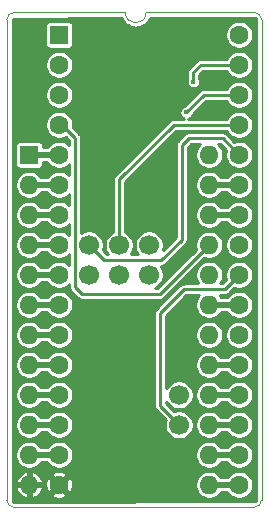
<source format=gbr>
%TF.GenerationSoftware,KiCad,Pcbnew,(5.1.5-0-10_14)*%
%TF.CreationDate,2021-01-31T16:28:13+01:00*%
%TF.ProjectId,C64-Prog-Adapter-LB,4336342d-5072-46f6-972d-416461707465,1.0*%
%TF.SameCoordinates,Original*%
%TF.FileFunction,Copper,L1,Top*%
%TF.FilePolarity,Positive*%
%FSLAX46Y46*%
G04 Gerber Fmt 4.6, Leading zero omitted, Abs format (unit mm)*
G04 Created by KiCad (PCBNEW (5.1.5-0-10_14)) date 2021-01-31 16:28:13*
%MOMM*%
%LPD*%
G04 APERTURE LIST*
%ADD10C,0.050000*%
%ADD11C,1.600000*%
%ADD12R,1.600000X1.600000*%
%ADD13O,1.600000X1.600000*%
%ADD14C,1.700000*%
%ADD15C,0.400000*%
%ADD16C,0.508000*%
%ADD17C,0.250000*%
%ADD18C,0.254000*%
G04 APERTURE END LIST*
D10*
X124206000Y-38735000D02*
X133350000Y-38735000D01*
X124206000Y-38735000D02*
G75*
G02X122428000Y-38735000I-889000J0D01*
G01*
X133985000Y-80010000D02*
G75*
G02X133350000Y-80645000I-635000J0D01*
G01*
X113030000Y-80645000D02*
G75*
G02X112395000Y-80010000I0J635000D01*
G01*
X112395000Y-39370000D02*
G75*
G02X113030000Y-38735000I635000J0D01*
G01*
X133350000Y-38735000D02*
G75*
G02X133985000Y-39370000I0J-635000D01*
G01*
X112395000Y-80010000D02*
X112395000Y-39370000D01*
X133350000Y-80645000D02*
X113030000Y-80645000D01*
X133985000Y-39370000D02*
X133985000Y-80010000D01*
X113030000Y-38735000D02*
X122428000Y-38735000D01*
D11*
X132080000Y-40640000D03*
X132080000Y-43180000D03*
X132080000Y-45720000D03*
X132080000Y-48260000D03*
X132080000Y-50800000D03*
X116840000Y-78740000D03*
X132080000Y-53340000D03*
X116840000Y-76200000D03*
X132080000Y-55880000D03*
X116840000Y-73660000D03*
X132080000Y-58420000D03*
X116840000Y-71120000D03*
X132080000Y-60960000D03*
X116840000Y-68580000D03*
X132080000Y-63500000D03*
X116840000Y-66040000D03*
X132080000Y-66040000D03*
X116840000Y-63500000D03*
X132080000Y-68580000D03*
X116840000Y-60960000D03*
X132080000Y-71120000D03*
X116840000Y-58420000D03*
X132080000Y-73660000D03*
X116840000Y-55880000D03*
X132080000Y-76200000D03*
X116840000Y-53340000D03*
X132080000Y-78740000D03*
X116840000Y-50800000D03*
X116840000Y-48260000D03*
X116840000Y-45720000D03*
X116840000Y-43180000D03*
D12*
X116840000Y-40640000D03*
D13*
X129540000Y-50800000D03*
X114300000Y-78740000D03*
X129540000Y-53340000D03*
X114300000Y-76200000D03*
X129540000Y-55880000D03*
X114300000Y-73660000D03*
X129540000Y-58420000D03*
X114300000Y-71120000D03*
X129540000Y-60960000D03*
X114300000Y-68580000D03*
X129540000Y-63500000D03*
X114300000Y-66040000D03*
X129540000Y-66040000D03*
X114300000Y-63500000D03*
X129540000Y-68580000D03*
X114300000Y-60960000D03*
X129540000Y-71120000D03*
X114300000Y-58420000D03*
X129540000Y-73660000D03*
X114300000Y-55880000D03*
X129540000Y-76200000D03*
X114300000Y-53340000D03*
X129540000Y-78740000D03*
D12*
X114300000Y-50800000D03*
D14*
X119380000Y-58420000D03*
X121920000Y-58420000D03*
X124460000Y-58420000D03*
X119380000Y-60960000D03*
X121920000Y-60960000D03*
X124460000Y-60960000D03*
X127000000Y-73660000D03*
X127000000Y-71120000D03*
D15*
X127600000Y-47200000D03*
X128200000Y-44600000D03*
D16*
X129540000Y-53340000D02*
X132080000Y-53340000D01*
X114300000Y-76200000D02*
X116840000Y-76200000D01*
X129540000Y-55880000D02*
X132080000Y-55880000D01*
X114300000Y-73660000D02*
X116840000Y-73660000D01*
D17*
X117060000Y-48260000D02*
X116840000Y-48260000D01*
X125360000Y-62600000D02*
X118800000Y-62600000D01*
X118200000Y-49400000D02*
X117060000Y-48260000D01*
X118200000Y-62000000D02*
X118200000Y-49400000D01*
X118800000Y-62600000D02*
X118200000Y-62000000D01*
X129540000Y-58420000D02*
X125360000Y-62600000D01*
D16*
X114300000Y-71120000D02*
X116840000Y-71120000D01*
X114300000Y-68580000D02*
X116840000Y-68580000D01*
X129540000Y-63500000D02*
X132080000Y-63500000D01*
X114300000Y-66040000D02*
X116840000Y-66040000D01*
X114300000Y-63500000D02*
X116840000Y-63500000D01*
X129540000Y-68580000D02*
X132080000Y-68580000D01*
X114300000Y-60960000D02*
X116840000Y-60960000D01*
X129540000Y-71120000D02*
X132080000Y-71120000D01*
X114300000Y-58420000D02*
X116840000Y-58420000D01*
X129540000Y-73660000D02*
X132080000Y-73660000D01*
X114300000Y-55880000D02*
X116840000Y-55880000D01*
X129540000Y-76200000D02*
X132080000Y-76200000D01*
X114300000Y-53340000D02*
X116840000Y-53340000D01*
X129540000Y-78740000D02*
X132080000Y-78740000D01*
X114300000Y-50800000D02*
X116840000Y-50800000D01*
D17*
X121920000Y-58420000D02*
X121920000Y-52880000D01*
X126540000Y-48260000D02*
X132080000Y-48260000D01*
X121920000Y-52880000D02*
X126540000Y-48260000D01*
X130680000Y-49400000D02*
X132080000Y-50800000D01*
X127200000Y-50000000D02*
X127800000Y-49400000D01*
X125500000Y-59700000D02*
X127200000Y-58000000D01*
X127800000Y-49400000D02*
X130680000Y-49400000D01*
X127200000Y-58000000D02*
X127200000Y-50000000D01*
X120660000Y-59700000D02*
X125500000Y-59700000D01*
X119380000Y-58420000D02*
X120660000Y-59700000D01*
X129080000Y-45720000D02*
X127600000Y-47200000D01*
X132080000Y-45720000D02*
X129080000Y-45720000D01*
X131280001Y-61759999D02*
X132080000Y-60960000D01*
X130840000Y-62200000D02*
X131280001Y-61759999D01*
X127400000Y-62200000D02*
X130840000Y-62200000D01*
X125400000Y-64200000D02*
X127400000Y-62200000D01*
X125400000Y-72060000D02*
X125400000Y-64200000D01*
X127000000Y-73660000D02*
X125400000Y-72060000D01*
X128200000Y-44600000D02*
X128200000Y-43800000D01*
X128820000Y-43180000D02*
X132080000Y-43180000D01*
X128200000Y-43800000D02*
X128820000Y-43180000D01*
D18*
G36*
X133477000Y-80105637D02*
G01*
X112903000Y-80168363D01*
X112903000Y-79049114D01*
X113160171Y-79049114D01*
X113180527Y-79116239D01*
X113275438Y-79327408D01*
X113409722Y-79516003D01*
X113578219Y-79674777D01*
X113774454Y-79797628D01*
X113990885Y-79879835D01*
X114173000Y-79818908D01*
X114173000Y-78867000D01*
X114427000Y-78867000D01*
X114427000Y-79818908D01*
X114609115Y-79879835D01*
X114825546Y-79797628D01*
X115021781Y-79674777D01*
X115105019Y-79596342D01*
X116163263Y-79596342D01*
X116249218Y-79769207D01*
X116461358Y-79864687D01*
X116688048Y-79916945D01*
X116920578Y-79923975D01*
X117150012Y-79885505D01*
X117367532Y-79803014D01*
X117430782Y-79769207D01*
X117516737Y-79596342D01*
X116840000Y-78919605D01*
X116163263Y-79596342D01*
X115105019Y-79596342D01*
X115190278Y-79516003D01*
X115324562Y-79327408D01*
X115419473Y-79116239D01*
X115439829Y-79049114D01*
X115378297Y-78867000D01*
X114427000Y-78867000D01*
X114173000Y-78867000D01*
X113221703Y-78867000D01*
X113160171Y-79049114D01*
X112903000Y-79049114D01*
X112903000Y-78820578D01*
X115656025Y-78820578D01*
X115694495Y-79050012D01*
X115776986Y-79267532D01*
X115810793Y-79330782D01*
X115983658Y-79416737D01*
X116660395Y-78740000D01*
X117019605Y-78740000D01*
X117696342Y-79416737D01*
X117869207Y-79330782D01*
X117964687Y-79118642D01*
X118016945Y-78891952D01*
X118023975Y-78659422D01*
X118017983Y-78623682D01*
X128359000Y-78623682D01*
X128359000Y-78856318D01*
X128404386Y-79084485D01*
X128493412Y-79299413D01*
X128622658Y-79492843D01*
X128787157Y-79657342D01*
X128980587Y-79786588D01*
X129195515Y-79875614D01*
X129423682Y-79921000D01*
X129656318Y-79921000D01*
X129884485Y-79875614D01*
X130099413Y-79786588D01*
X130292843Y-79657342D01*
X130457342Y-79492843D01*
X130536082Y-79375000D01*
X131083918Y-79375000D01*
X131162658Y-79492843D01*
X131327157Y-79657342D01*
X131520587Y-79786588D01*
X131735515Y-79875614D01*
X131963682Y-79921000D01*
X132196318Y-79921000D01*
X132424485Y-79875614D01*
X132639413Y-79786588D01*
X132832843Y-79657342D01*
X132997342Y-79492843D01*
X133126588Y-79299413D01*
X133215614Y-79084485D01*
X133261000Y-78856318D01*
X133261000Y-78623682D01*
X133215614Y-78395515D01*
X133126588Y-78180587D01*
X132997342Y-77987157D01*
X132832843Y-77822658D01*
X132639413Y-77693412D01*
X132424485Y-77604386D01*
X132196318Y-77559000D01*
X131963682Y-77559000D01*
X131735515Y-77604386D01*
X131520587Y-77693412D01*
X131327157Y-77822658D01*
X131162658Y-77987157D01*
X131083918Y-78105000D01*
X130536082Y-78105000D01*
X130457342Y-77987157D01*
X130292843Y-77822658D01*
X130099413Y-77693412D01*
X129884485Y-77604386D01*
X129656318Y-77559000D01*
X129423682Y-77559000D01*
X129195515Y-77604386D01*
X128980587Y-77693412D01*
X128787157Y-77822658D01*
X128622658Y-77987157D01*
X128493412Y-78180587D01*
X128404386Y-78395515D01*
X128359000Y-78623682D01*
X118017983Y-78623682D01*
X117985505Y-78429988D01*
X117903014Y-78212468D01*
X117869207Y-78149218D01*
X117696342Y-78063263D01*
X117019605Y-78740000D01*
X116660395Y-78740000D01*
X115983658Y-78063263D01*
X115810793Y-78149218D01*
X115715313Y-78361358D01*
X115663055Y-78588048D01*
X115656025Y-78820578D01*
X112903000Y-78820578D01*
X112903000Y-78430886D01*
X113160171Y-78430886D01*
X113221703Y-78613000D01*
X114173000Y-78613000D01*
X114173000Y-77661092D01*
X114427000Y-77661092D01*
X114427000Y-78613000D01*
X115378297Y-78613000D01*
X115439829Y-78430886D01*
X115419473Y-78363761D01*
X115324562Y-78152592D01*
X115190278Y-77963997D01*
X115105020Y-77883658D01*
X116163263Y-77883658D01*
X116840000Y-78560395D01*
X117516737Y-77883658D01*
X117430782Y-77710793D01*
X117218642Y-77615313D01*
X116991952Y-77563055D01*
X116759422Y-77556025D01*
X116529988Y-77594495D01*
X116312468Y-77676986D01*
X116249218Y-77710793D01*
X116163263Y-77883658D01*
X115105020Y-77883658D01*
X115021781Y-77805223D01*
X114825546Y-77682372D01*
X114609115Y-77600165D01*
X114427000Y-77661092D01*
X114173000Y-77661092D01*
X113990885Y-77600165D01*
X113774454Y-77682372D01*
X113578219Y-77805223D01*
X113409722Y-77963997D01*
X113275438Y-78152592D01*
X113180527Y-78363761D01*
X113160171Y-78430886D01*
X112903000Y-78430886D01*
X112903000Y-76083682D01*
X113119000Y-76083682D01*
X113119000Y-76316318D01*
X113164386Y-76544485D01*
X113253412Y-76759413D01*
X113382658Y-76952843D01*
X113547157Y-77117342D01*
X113740587Y-77246588D01*
X113955515Y-77335614D01*
X114183682Y-77381000D01*
X114416318Y-77381000D01*
X114644485Y-77335614D01*
X114859413Y-77246588D01*
X115052843Y-77117342D01*
X115217342Y-76952843D01*
X115296082Y-76835000D01*
X115843918Y-76835000D01*
X115922658Y-76952843D01*
X116087157Y-77117342D01*
X116280587Y-77246588D01*
X116495515Y-77335614D01*
X116723682Y-77381000D01*
X116956318Y-77381000D01*
X117184485Y-77335614D01*
X117399413Y-77246588D01*
X117592843Y-77117342D01*
X117757342Y-76952843D01*
X117886588Y-76759413D01*
X117975614Y-76544485D01*
X118021000Y-76316318D01*
X118021000Y-76083682D01*
X128359000Y-76083682D01*
X128359000Y-76316318D01*
X128404386Y-76544485D01*
X128493412Y-76759413D01*
X128622658Y-76952843D01*
X128787157Y-77117342D01*
X128980587Y-77246588D01*
X129195515Y-77335614D01*
X129423682Y-77381000D01*
X129656318Y-77381000D01*
X129884485Y-77335614D01*
X130099413Y-77246588D01*
X130292843Y-77117342D01*
X130457342Y-76952843D01*
X130536082Y-76835000D01*
X131083918Y-76835000D01*
X131162658Y-76952843D01*
X131327157Y-77117342D01*
X131520587Y-77246588D01*
X131735515Y-77335614D01*
X131963682Y-77381000D01*
X132196318Y-77381000D01*
X132424485Y-77335614D01*
X132639413Y-77246588D01*
X132832843Y-77117342D01*
X132997342Y-76952843D01*
X133126588Y-76759413D01*
X133215614Y-76544485D01*
X133261000Y-76316318D01*
X133261000Y-76083682D01*
X133215614Y-75855515D01*
X133126588Y-75640587D01*
X132997342Y-75447157D01*
X132832843Y-75282658D01*
X132639413Y-75153412D01*
X132424485Y-75064386D01*
X132196318Y-75019000D01*
X131963682Y-75019000D01*
X131735515Y-75064386D01*
X131520587Y-75153412D01*
X131327157Y-75282658D01*
X131162658Y-75447157D01*
X131083918Y-75565000D01*
X130536082Y-75565000D01*
X130457342Y-75447157D01*
X130292843Y-75282658D01*
X130099413Y-75153412D01*
X129884485Y-75064386D01*
X129656318Y-75019000D01*
X129423682Y-75019000D01*
X129195515Y-75064386D01*
X128980587Y-75153412D01*
X128787157Y-75282658D01*
X128622658Y-75447157D01*
X128493412Y-75640587D01*
X128404386Y-75855515D01*
X128359000Y-76083682D01*
X118021000Y-76083682D01*
X117975614Y-75855515D01*
X117886588Y-75640587D01*
X117757342Y-75447157D01*
X117592843Y-75282658D01*
X117399413Y-75153412D01*
X117184485Y-75064386D01*
X116956318Y-75019000D01*
X116723682Y-75019000D01*
X116495515Y-75064386D01*
X116280587Y-75153412D01*
X116087157Y-75282658D01*
X115922658Y-75447157D01*
X115843918Y-75565000D01*
X115296082Y-75565000D01*
X115217342Y-75447157D01*
X115052843Y-75282658D01*
X114859413Y-75153412D01*
X114644485Y-75064386D01*
X114416318Y-75019000D01*
X114183682Y-75019000D01*
X113955515Y-75064386D01*
X113740587Y-75153412D01*
X113547157Y-75282658D01*
X113382658Y-75447157D01*
X113253412Y-75640587D01*
X113164386Y-75855515D01*
X113119000Y-76083682D01*
X112903000Y-76083682D01*
X112903000Y-73543682D01*
X113119000Y-73543682D01*
X113119000Y-73776318D01*
X113164386Y-74004485D01*
X113253412Y-74219413D01*
X113382658Y-74412843D01*
X113547157Y-74577342D01*
X113740587Y-74706588D01*
X113955515Y-74795614D01*
X114183682Y-74841000D01*
X114416318Y-74841000D01*
X114644485Y-74795614D01*
X114859413Y-74706588D01*
X115052843Y-74577342D01*
X115217342Y-74412843D01*
X115296082Y-74295000D01*
X115843918Y-74295000D01*
X115922658Y-74412843D01*
X116087157Y-74577342D01*
X116280587Y-74706588D01*
X116495515Y-74795614D01*
X116723682Y-74841000D01*
X116956318Y-74841000D01*
X117184485Y-74795614D01*
X117399413Y-74706588D01*
X117592843Y-74577342D01*
X117757342Y-74412843D01*
X117886588Y-74219413D01*
X117975614Y-74004485D01*
X118021000Y-73776318D01*
X118021000Y-73543682D01*
X117975614Y-73315515D01*
X117886588Y-73100587D01*
X117757342Y-72907157D01*
X117592843Y-72742658D01*
X117399413Y-72613412D01*
X117184485Y-72524386D01*
X116956318Y-72479000D01*
X116723682Y-72479000D01*
X116495515Y-72524386D01*
X116280587Y-72613412D01*
X116087157Y-72742658D01*
X115922658Y-72907157D01*
X115843918Y-73025000D01*
X115296082Y-73025000D01*
X115217342Y-72907157D01*
X115052843Y-72742658D01*
X114859413Y-72613412D01*
X114644485Y-72524386D01*
X114416318Y-72479000D01*
X114183682Y-72479000D01*
X113955515Y-72524386D01*
X113740587Y-72613412D01*
X113547157Y-72742658D01*
X113382658Y-72907157D01*
X113253412Y-73100587D01*
X113164386Y-73315515D01*
X113119000Y-73543682D01*
X112903000Y-73543682D01*
X112903000Y-71003682D01*
X113119000Y-71003682D01*
X113119000Y-71236318D01*
X113164386Y-71464485D01*
X113253412Y-71679413D01*
X113382658Y-71872843D01*
X113547157Y-72037342D01*
X113740587Y-72166588D01*
X113955515Y-72255614D01*
X114183682Y-72301000D01*
X114416318Y-72301000D01*
X114644485Y-72255614D01*
X114859413Y-72166588D01*
X115052843Y-72037342D01*
X115217342Y-71872843D01*
X115296082Y-71755000D01*
X115843918Y-71755000D01*
X115922658Y-71872843D01*
X116087157Y-72037342D01*
X116280587Y-72166588D01*
X116495515Y-72255614D01*
X116723682Y-72301000D01*
X116956318Y-72301000D01*
X117184485Y-72255614D01*
X117399413Y-72166588D01*
X117592843Y-72037342D01*
X117757342Y-71872843D01*
X117886588Y-71679413D01*
X117975614Y-71464485D01*
X118021000Y-71236318D01*
X118021000Y-71003682D01*
X117975614Y-70775515D01*
X117886588Y-70560587D01*
X117757342Y-70367157D01*
X117592843Y-70202658D01*
X117399413Y-70073412D01*
X117184485Y-69984386D01*
X116956318Y-69939000D01*
X116723682Y-69939000D01*
X116495515Y-69984386D01*
X116280587Y-70073412D01*
X116087157Y-70202658D01*
X115922658Y-70367157D01*
X115843918Y-70485000D01*
X115296082Y-70485000D01*
X115217342Y-70367157D01*
X115052843Y-70202658D01*
X114859413Y-70073412D01*
X114644485Y-69984386D01*
X114416318Y-69939000D01*
X114183682Y-69939000D01*
X113955515Y-69984386D01*
X113740587Y-70073412D01*
X113547157Y-70202658D01*
X113382658Y-70367157D01*
X113253412Y-70560587D01*
X113164386Y-70775515D01*
X113119000Y-71003682D01*
X112903000Y-71003682D01*
X112903000Y-68463682D01*
X113119000Y-68463682D01*
X113119000Y-68696318D01*
X113164386Y-68924485D01*
X113253412Y-69139413D01*
X113382658Y-69332843D01*
X113547157Y-69497342D01*
X113740587Y-69626588D01*
X113955515Y-69715614D01*
X114183682Y-69761000D01*
X114416318Y-69761000D01*
X114644485Y-69715614D01*
X114859413Y-69626588D01*
X115052843Y-69497342D01*
X115217342Y-69332843D01*
X115296082Y-69215000D01*
X115843918Y-69215000D01*
X115922658Y-69332843D01*
X116087157Y-69497342D01*
X116280587Y-69626588D01*
X116495515Y-69715614D01*
X116723682Y-69761000D01*
X116956318Y-69761000D01*
X117184485Y-69715614D01*
X117399413Y-69626588D01*
X117592843Y-69497342D01*
X117757342Y-69332843D01*
X117886588Y-69139413D01*
X117975614Y-68924485D01*
X118021000Y-68696318D01*
X118021000Y-68463682D01*
X117975614Y-68235515D01*
X117886588Y-68020587D01*
X117757342Y-67827157D01*
X117592843Y-67662658D01*
X117399413Y-67533412D01*
X117184485Y-67444386D01*
X116956318Y-67399000D01*
X116723682Y-67399000D01*
X116495515Y-67444386D01*
X116280587Y-67533412D01*
X116087157Y-67662658D01*
X115922658Y-67827157D01*
X115843918Y-67945000D01*
X115296082Y-67945000D01*
X115217342Y-67827157D01*
X115052843Y-67662658D01*
X114859413Y-67533412D01*
X114644485Y-67444386D01*
X114416318Y-67399000D01*
X114183682Y-67399000D01*
X113955515Y-67444386D01*
X113740587Y-67533412D01*
X113547157Y-67662658D01*
X113382658Y-67827157D01*
X113253412Y-68020587D01*
X113164386Y-68235515D01*
X113119000Y-68463682D01*
X112903000Y-68463682D01*
X112903000Y-65923682D01*
X113119000Y-65923682D01*
X113119000Y-66156318D01*
X113164386Y-66384485D01*
X113253412Y-66599413D01*
X113382658Y-66792843D01*
X113547157Y-66957342D01*
X113740587Y-67086588D01*
X113955515Y-67175614D01*
X114183682Y-67221000D01*
X114416318Y-67221000D01*
X114644485Y-67175614D01*
X114859413Y-67086588D01*
X115052843Y-66957342D01*
X115217342Y-66792843D01*
X115296082Y-66675000D01*
X115843918Y-66675000D01*
X115922658Y-66792843D01*
X116087157Y-66957342D01*
X116280587Y-67086588D01*
X116495515Y-67175614D01*
X116723682Y-67221000D01*
X116956318Y-67221000D01*
X117184485Y-67175614D01*
X117399413Y-67086588D01*
X117592843Y-66957342D01*
X117757342Y-66792843D01*
X117886588Y-66599413D01*
X117975614Y-66384485D01*
X118021000Y-66156318D01*
X118021000Y-65923682D01*
X117975614Y-65695515D01*
X117886588Y-65480587D01*
X117757342Y-65287157D01*
X117592843Y-65122658D01*
X117399413Y-64993412D01*
X117184485Y-64904386D01*
X116956318Y-64859000D01*
X116723682Y-64859000D01*
X116495515Y-64904386D01*
X116280587Y-64993412D01*
X116087157Y-65122658D01*
X115922658Y-65287157D01*
X115843918Y-65405000D01*
X115296082Y-65405000D01*
X115217342Y-65287157D01*
X115052843Y-65122658D01*
X114859413Y-64993412D01*
X114644485Y-64904386D01*
X114416318Y-64859000D01*
X114183682Y-64859000D01*
X113955515Y-64904386D01*
X113740587Y-64993412D01*
X113547157Y-65122658D01*
X113382658Y-65287157D01*
X113253412Y-65480587D01*
X113164386Y-65695515D01*
X113119000Y-65923682D01*
X112903000Y-65923682D01*
X112903000Y-63383682D01*
X113119000Y-63383682D01*
X113119000Y-63616318D01*
X113164386Y-63844485D01*
X113253412Y-64059413D01*
X113382658Y-64252843D01*
X113547157Y-64417342D01*
X113740587Y-64546588D01*
X113955515Y-64635614D01*
X114183682Y-64681000D01*
X114416318Y-64681000D01*
X114644485Y-64635614D01*
X114859413Y-64546588D01*
X115052843Y-64417342D01*
X115217342Y-64252843D01*
X115296082Y-64135000D01*
X115843918Y-64135000D01*
X115922658Y-64252843D01*
X116087157Y-64417342D01*
X116280587Y-64546588D01*
X116495515Y-64635614D01*
X116723682Y-64681000D01*
X116956318Y-64681000D01*
X117184485Y-64635614D01*
X117399413Y-64546588D01*
X117592843Y-64417342D01*
X117757342Y-64252843D01*
X117792650Y-64200000D01*
X124891553Y-64200000D01*
X124894001Y-64224856D01*
X124894000Y-72035154D01*
X124891553Y-72060000D01*
X124894000Y-72084846D01*
X124894000Y-72084853D01*
X124901322Y-72159192D01*
X124930255Y-72254574D01*
X124977241Y-72342479D01*
X125040473Y-72419527D01*
X125059785Y-72435376D01*
X125848242Y-73223833D01*
X125816307Y-73300931D01*
X125769000Y-73538757D01*
X125769000Y-73781243D01*
X125816307Y-74019069D01*
X125909102Y-74243097D01*
X126043820Y-74444717D01*
X126215283Y-74616180D01*
X126416903Y-74750898D01*
X126640931Y-74843693D01*
X126878757Y-74891000D01*
X127121243Y-74891000D01*
X127359069Y-74843693D01*
X127583097Y-74750898D01*
X127784717Y-74616180D01*
X127956180Y-74444717D01*
X128090898Y-74243097D01*
X128183693Y-74019069D01*
X128231000Y-73781243D01*
X128231000Y-73543682D01*
X128359000Y-73543682D01*
X128359000Y-73776318D01*
X128404386Y-74004485D01*
X128493412Y-74219413D01*
X128622658Y-74412843D01*
X128787157Y-74577342D01*
X128980587Y-74706588D01*
X129195515Y-74795614D01*
X129423682Y-74841000D01*
X129656318Y-74841000D01*
X129884485Y-74795614D01*
X130099413Y-74706588D01*
X130292843Y-74577342D01*
X130457342Y-74412843D01*
X130536082Y-74295000D01*
X131083918Y-74295000D01*
X131162658Y-74412843D01*
X131327157Y-74577342D01*
X131520587Y-74706588D01*
X131735515Y-74795614D01*
X131963682Y-74841000D01*
X132196318Y-74841000D01*
X132424485Y-74795614D01*
X132639413Y-74706588D01*
X132832843Y-74577342D01*
X132997342Y-74412843D01*
X133126588Y-74219413D01*
X133215614Y-74004485D01*
X133261000Y-73776318D01*
X133261000Y-73543682D01*
X133215614Y-73315515D01*
X133126588Y-73100587D01*
X132997342Y-72907157D01*
X132832843Y-72742658D01*
X132639413Y-72613412D01*
X132424485Y-72524386D01*
X132196318Y-72479000D01*
X131963682Y-72479000D01*
X131735515Y-72524386D01*
X131520587Y-72613412D01*
X131327157Y-72742658D01*
X131162658Y-72907157D01*
X131083918Y-73025000D01*
X130536082Y-73025000D01*
X130457342Y-72907157D01*
X130292843Y-72742658D01*
X130099413Y-72613412D01*
X129884485Y-72524386D01*
X129656318Y-72479000D01*
X129423682Y-72479000D01*
X129195515Y-72524386D01*
X128980587Y-72613412D01*
X128787157Y-72742658D01*
X128622658Y-72907157D01*
X128493412Y-73100587D01*
X128404386Y-73315515D01*
X128359000Y-73543682D01*
X128231000Y-73543682D01*
X128231000Y-73538757D01*
X128183693Y-73300931D01*
X128090898Y-73076903D01*
X127956180Y-72875283D01*
X127784717Y-72703820D01*
X127583097Y-72569102D01*
X127359069Y-72476307D01*
X127121243Y-72429000D01*
X126878757Y-72429000D01*
X126640931Y-72476307D01*
X126563833Y-72508242D01*
X125906000Y-71850409D01*
X125906000Y-71695608D01*
X125909102Y-71703097D01*
X126043820Y-71904717D01*
X126215283Y-72076180D01*
X126416903Y-72210898D01*
X126640931Y-72303693D01*
X126878757Y-72351000D01*
X127121243Y-72351000D01*
X127359069Y-72303693D01*
X127583097Y-72210898D01*
X127784717Y-72076180D01*
X127956180Y-71904717D01*
X128090898Y-71703097D01*
X128183693Y-71479069D01*
X128231000Y-71241243D01*
X128231000Y-71003682D01*
X128359000Y-71003682D01*
X128359000Y-71236318D01*
X128404386Y-71464485D01*
X128493412Y-71679413D01*
X128622658Y-71872843D01*
X128787157Y-72037342D01*
X128980587Y-72166588D01*
X129195515Y-72255614D01*
X129423682Y-72301000D01*
X129656318Y-72301000D01*
X129884485Y-72255614D01*
X130099413Y-72166588D01*
X130292843Y-72037342D01*
X130457342Y-71872843D01*
X130536082Y-71755000D01*
X131083918Y-71755000D01*
X131162658Y-71872843D01*
X131327157Y-72037342D01*
X131520587Y-72166588D01*
X131735515Y-72255614D01*
X131963682Y-72301000D01*
X132196318Y-72301000D01*
X132424485Y-72255614D01*
X132639413Y-72166588D01*
X132832843Y-72037342D01*
X132997342Y-71872843D01*
X133126588Y-71679413D01*
X133215614Y-71464485D01*
X133261000Y-71236318D01*
X133261000Y-71003682D01*
X133215614Y-70775515D01*
X133126588Y-70560587D01*
X132997342Y-70367157D01*
X132832843Y-70202658D01*
X132639413Y-70073412D01*
X132424485Y-69984386D01*
X132196318Y-69939000D01*
X131963682Y-69939000D01*
X131735515Y-69984386D01*
X131520587Y-70073412D01*
X131327157Y-70202658D01*
X131162658Y-70367157D01*
X131083918Y-70485000D01*
X130536082Y-70485000D01*
X130457342Y-70367157D01*
X130292843Y-70202658D01*
X130099413Y-70073412D01*
X129884485Y-69984386D01*
X129656318Y-69939000D01*
X129423682Y-69939000D01*
X129195515Y-69984386D01*
X128980587Y-70073412D01*
X128787157Y-70202658D01*
X128622658Y-70367157D01*
X128493412Y-70560587D01*
X128404386Y-70775515D01*
X128359000Y-71003682D01*
X128231000Y-71003682D01*
X128231000Y-70998757D01*
X128183693Y-70760931D01*
X128090898Y-70536903D01*
X127956180Y-70335283D01*
X127784717Y-70163820D01*
X127583097Y-70029102D01*
X127359069Y-69936307D01*
X127121243Y-69889000D01*
X126878757Y-69889000D01*
X126640931Y-69936307D01*
X126416903Y-70029102D01*
X126215283Y-70163820D01*
X126043820Y-70335283D01*
X125909102Y-70536903D01*
X125906000Y-70544392D01*
X125906000Y-68463682D01*
X128359000Y-68463682D01*
X128359000Y-68696318D01*
X128404386Y-68924485D01*
X128493412Y-69139413D01*
X128622658Y-69332843D01*
X128787157Y-69497342D01*
X128980587Y-69626588D01*
X129195515Y-69715614D01*
X129423682Y-69761000D01*
X129656318Y-69761000D01*
X129884485Y-69715614D01*
X130099413Y-69626588D01*
X130292843Y-69497342D01*
X130457342Y-69332843D01*
X130536082Y-69215000D01*
X131083918Y-69215000D01*
X131162658Y-69332843D01*
X131327157Y-69497342D01*
X131520587Y-69626588D01*
X131735515Y-69715614D01*
X131963682Y-69761000D01*
X132196318Y-69761000D01*
X132424485Y-69715614D01*
X132639413Y-69626588D01*
X132832843Y-69497342D01*
X132997342Y-69332843D01*
X133126588Y-69139413D01*
X133215614Y-68924485D01*
X133261000Y-68696318D01*
X133261000Y-68463682D01*
X133215614Y-68235515D01*
X133126588Y-68020587D01*
X132997342Y-67827157D01*
X132832843Y-67662658D01*
X132639413Y-67533412D01*
X132424485Y-67444386D01*
X132196318Y-67399000D01*
X131963682Y-67399000D01*
X131735515Y-67444386D01*
X131520587Y-67533412D01*
X131327157Y-67662658D01*
X131162658Y-67827157D01*
X131083918Y-67945000D01*
X130536082Y-67945000D01*
X130457342Y-67827157D01*
X130292843Y-67662658D01*
X130099413Y-67533412D01*
X129884485Y-67444386D01*
X129656318Y-67399000D01*
X129423682Y-67399000D01*
X129195515Y-67444386D01*
X128980587Y-67533412D01*
X128787157Y-67662658D01*
X128622658Y-67827157D01*
X128493412Y-68020587D01*
X128404386Y-68235515D01*
X128359000Y-68463682D01*
X125906000Y-68463682D01*
X125906000Y-65923682D01*
X128359000Y-65923682D01*
X128359000Y-66156318D01*
X128404386Y-66384485D01*
X128493412Y-66599413D01*
X128622658Y-66792843D01*
X128787157Y-66957342D01*
X128980587Y-67086588D01*
X129195515Y-67175614D01*
X129423682Y-67221000D01*
X129656318Y-67221000D01*
X129884485Y-67175614D01*
X130099413Y-67086588D01*
X130292843Y-66957342D01*
X130457342Y-66792843D01*
X130586588Y-66599413D01*
X130675614Y-66384485D01*
X130721000Y-66156318D01*
X130721000Y-65923682D01*
X130899000Y-65923682D01*
X130899000Y-66156318D01*
X130944386Y-66384485D01*
X131033412Y-66599413D01*
X131162658Y-66792843D01*
X131327157Y-66957342D01*
X131520587Y-67086588D01*
X131735515Y-67175614D01*
X131963682Y-67221000D01*
X132196318Y-67221000D01*
X132424485Y-67175614D01*
X132639413Y-67086588D01*
X132832843Y-66957342D01*
X132997342Y-66792843D01*
X133126588Y-66599413D01*
X133215614Y-66384485D01*
X133261000Y-66156318D01*
X133261000Y-65923682D01*
X133215614Y-65695515D01*
X133126588Y-65480587D01*
X132997342Y-65287157D01*
X132832843Y-65122658D01*
X132639413Y-64993412D01*
X132424485Y-64904386D01*
X132196318Y-64859000D01*
X131963682Y-64859000D01*
X131735515Y-64904386D01*
X131520587Y-64993412D01*
X131327157Y-65122658D01*
X131162658Y-65287157D01*
X131033412Y-65480587D01*
X130944386Y-65695515D01*
X130899000Y-65923682D01*
X130721000Y-65923682D01*
X130675614Y-65695515D01*
X130586588Y-65480587D01*
X130457342Y-65287157D01*
X130292843Y-65122658D01*
X130099413Y-64993412D01*
X129884485Y-64904386D01*
X129656318Y-64859000D01*
X129423682Y-64859000D01*
X129195515Y-64904386D01*
X128980587Y-64993412D01*
X128787157Y-65122658D01*
X128622658Y-65287157D01*
X128493412Y-65480587D01*
X128404386Y-65695515D01*
X128359000Y-65923682D01*
X125906000Y-65923682D01*
X125906000Y-64409591D01*
X127609592Y-62706000D01*
X128663815Y-62706000D01*
X128622658Y-62747157D01*
X128493412Y-62940587D01*
X128404386Y-63155515D01*
X128359000Y-63383682D01*
X128359000Y-63616318D01*
X128404386Y-63844485D01*
X128493412Y-64059413D01*
X128622658Y-64252843D01*
X128787157Y-64417342D01*
X128980587Y-64546588D01*
X129195515Y-64635614D01*
X129423682Y-64681000D01*
X129656318Y-64681000D01*
X129884485Y-64635614D01*
X130099413Y-64546588D01*
X130292843Y-64417342D01*
X130457342Y-64252843D01*
X130536082Y-64135000D01*
X131083918Y-64135000D01*
X131162658Y-64252843D01*
X131327157Y-64417342D01*
X131520587Y-64546588D01*
X131735515Y-64635614D01*
X131963682Y-64681000D01*
X132196318Y-64681000D01*
X132424485Y-64635614D01*
X132639413Y-64546588D01*
X132832843Y-64417342D01*
X132997342Y-64252843D01*
X133126588Y-64059413D01*
X133215614Y-63844485D01*
X133261000Y-63616318D01*
X133261000Y-63383682D01*
X133215614Y-63155515D01*
X133126588Y-62940587D01*
X132997342Y-62747157D01*
X132832843Y-62582658D01*
X132639413Y-62453412D01*
X132424485Y-62364386D01*
X132196318Y-62319000D01*
X131963682Y-62319000D01*
X131735515Y-62364386D01*
X131520587Y-62453412D01*
X131327157Y-62582658D01*
X131162658Y-62747157D01*
X131083918Y-62865000D01*
X130536082Y-62865000D01*
X130457342Y-62747157D01*
X130416185Y-62706000D01*
X130815154Y-62706000D01*
X130840000Y-62708447D01*
X130864846Y-62706000D01*
X130864854Y-62706000D01*
X130939193Y-62698678D01*
X131034575Y-62669745D01*
X131122479Y-62622759D01*
X131199527Y-62559527D01*
X131215376Y-62540215D01*
X131655371Y-62100221D01*
X131655375Y-62100216D01*
X131682102Y-62073489D01*
X131735515Y-62095614D01*
X131963682Y-62141000D01*
X132196318Y-62141000D01*
X132424485Y-62095614D01*
X132639413Y-62006588D01*
X132832843Y-61877342D01*
X132997342Y-61712843D01*
X133126588Y-61519413D01*
X133215614Y-61304485D01*
X133261000Y-61076318D01*
X133261000Y-60843682D01*
X133215614Y-60615515D01*
X133126588Y-60400587D01*
X132997342Y-60207157D01*
X132832843Y-60042658D01*
X132639413Y-59913412D01*
X132424485Y-59824386D01*
X132196318Y-59779000D01*
X131963682Y-59779000D01*
X131735515Y-59824386D01*
X131520587Y-59913412D01*
X131327157Y-60042658D01*
X131162658Y-60207157D01*
X131033412Y-60400587D01*
X130944386Y-60615515D01*
X130899000Y-60843682D01*
X130899000Y-61076318D01*
X130944386Y-61304485D01*
X130966511Y-61357898D01*
X130939784Y-61384625D01*
X130939779Y-61384629D01*
X130630409Y-61694000D01*
X130469933Y-61694000D01*
X130586588Y-61519413D01*
X130675614Y-61304485D01*
X130721000Y-61076318D01*
X130721000Y-60843682D01*
X130675614Y-60615515D01*
X130586588Y-60400587D01*
X130457342Y-60207157D01*
X130292843Y-60042658D01*
X130099413Y-59913412D01*
X129884485Y-59824386D01*
X129656318Y-59779000D01*
X129423682Y-59779000D01*
X129195515Y-59824386D01*
X128980587Y-59913412D01*
X128787157Y-60042658D01*
X128622658Y-60207157D01*
X128493412Y-60400587D01*
X128404386Y-60615515D01*
X128359000Y-60843682D01*
X128359000Y-61076318D01*
X128404386Y-61304485D01*
X128493412Y-61519413D01*
X128610067Y-61694000D01*
X127424845Y-61694000D01*
X127399999Y-61691553D01*
X127375153Y-61694000D01*
X127375146Y-61694000D01*
X127310694Y-61700348D01*
X127300806Y-61701322D01*
X127262826Y-61712843D01*
X127205425Y-61730255D01*
X127117521Y-61777241D01*
X127040473Y-61840473D01*
X127024629Y-61859779D01*
X125059781Y-63824628D01*
X125040474Y-63840473D01*
X124977242Y-63917521D01*
X124959248Y-63951185D01*
X124930255Y-64005426D01*
X124901322Y-64100808D01*
X124891553Y-64200000D01*
X117792650Y-64200000D01*
X117886588Y-64059413D01*
X117975614Y-63844485D01*
X118021000Y-63616318D01*
X118021000Y-63383682D01*
X117975614Y-63155515D01*
X117886588Y-62940587D01*
X117757342Y-62747157D01*
X117592843Y-62582658D01*
X117399413Y-62453412D01*
X117184485Y-62364386D01*
X116956318Y-62319000D01*
X116723682Y-62319000D01*
X116495515Y-62364386D01*
X116280587Y-62453412D01*
X116087157Y-62582658D01*
X115922658Y-62747157D01*
X115843918Y-62865000D01*
X115296082Y-62865000D01*
X115217342Y-62747157D01*
X115052843Y-62582658D01*
X114859413Y-62453412D01*
X114644485Y-62364386D01*
X114416318Y-62319000D01*
X114183682Y-62319000D01*
X113955515Y-62364386D01*
X113740587Y-62453412D01*
X113547157Y-62582658D01*
X113382658Y-62747157D01*
X113253412Y-62940587D01*
X113164386Y-63155515D01*
X113119000Y-63383682D01*
X112903000Y-63383682D01*
X112903000Y-50000000D01*
X113117157Y-50000000D01*
X113117157Y-51600000D01*
X113124513Y-51674689D01*
X113146299Y-51746508D01*
X113181678Y-51812696D01*
X113229289Y-51870711D01*
X113287304Y-51918322D01*
X113353492Y-51953701D01*
X113425311Y-51975487D01*
X113500000Y-51982843D01*
X115100000Y-51982843D01*
X115174689Y-51975487D01*
X115246508Y-51953701D01*
X115312696Y-51918322D01*
X115370711Y-51870711D01*
X115418322Y-51812696D01*
X115453701Y-51746508D01*
X115475487Y-51674689D01*
X115482843Y-51600000D01*
X115482843Y-51435000D01*
X115843918Y-51435000D01*
X115922658Y-51552843D01*
X116087157Y-51717342D01*
X116280587Y-51846588D01*
X116495515Y-51935614D01*
X116723682Y-51981000D01*
X116956318Y-51981000D01*
X117184485Y-51935614D01*
X117399413Y-51846588D01*
X117592843Y-51717342D01*
X117694001Y-51616184D01*
X117694001Y-52523816D01*
X117592843Y-52422658D01*
X117399413Y-52293412D01*
X117184485Y-52204386D01*
X116956318Y-52159000D01*
X116723682Y-52159000D01*
X116495515Y-52204386D01*
X116280587Y-52293412D01*
X116087157Y-52422658D01*
X115922658Y-52587157D01*
X115843918Y-52705000D01*
X115296082Y-52705000D01*
X115217342Y-52587157D01*
X115052843Y-52422658D01*
X114859413Y-52293412D01*
X114644485Y-52204386D01*
X114416318Y-52159000D01*
X114183682Y-52159000D01*
X113955515Y-52204386D01*
X113740587Y-52293412D01*
X113547157Y-52422658D01*
X113382658Y-52587157D01*
X113253412Y-52780587D01*
X113164386Y-52995515D01*
X113119000Y-53223682D01*
X113119000Y-53456318D01*
X113164386Y-53684485D01*
X113253412Y-53899413D01*
X113382658Y-54092843D01*
X113547157Y-54257342D01*
X113740587Y-54386588D01*
X113955515Y-54475614D01*
X114183682Y-54521000D01*
X114416318Y-54521000D01*
X114644485Y-54475614D01*
X114859413Y-54386588D01*
X115052843Y-54257342D01*
X115217342Y-54092843D01*
X115296082Y-53975000D01*
X115843918Y-53975000D01*
X115922658Y-54092843D01*
X116087157Y-54257342D01*
X116280587Y-54386588D01*
X116495515Y-54475614D01*
X116723682Y-54521000D01*
X116956318Y-54521000D01*
X117184485Y-54475614D01*
X117399413Y-54386588D01*
X117592843Y-54257342D01*
X117694001Y-54156184D01*
X117694001Y-55063816D01*
X117592843Y-54962658D01*
X117399413Y-54833412D01*
X117184485Y-54744386D01*
X116956318Y-54699000D01*
X116723682Y-54699000D01*
X116495515Y-54744386D01*
X116280587Y-54833412D01*
X116087157Y-54962658D01*
X115922658Y-55127157D01*
X115843918Y-55245000D01*
X115296082Y-55245000D01*
X115217342Y-55127157D01*
X115052843Y-54962658D01*
X114859413Y-54833412D01*
X114644485Y-54744386D01*
X114416318Y-54699000D01*
X114183682Y-54699000D01*
X113955515Y-54744386D01*
X113740587Y-54833412D01*
X113547157Y-54962658D01*
X113382658Y-55127157D01*
X113253412Y-55320587D01*
X113164386Y-55535515D01*
X113119000Y-55763682D01*
X113119000Y-55996318D01*
X113164386Y-56224485D01*
X113253412Y-56439413D01*
X113382658Y-56632843D01*
X113547157Y-56797342D01*
X113740587Y-56926588D01*
X113955515Y-57015614D01*
X114183682Y-57061000D01*
X114416318Y-57061000D01*
X114644485Y-57015614D01*
X114859413Y-56926588D01*
X115052843Y-56797342D01*
X115217342Y-56632843D01*
X115296082Y-56515000D01*
X115843918Y-56515000D01*
X115922658Y-56632843D01*
X116087157Y-56797342D01*
X116280587Y-56926588D01*
X116495515Y-57015614D01*
X116723682Y-57061000D01*
X116956318Y-57061000D01*
X117184485Y-57015614D01*
X117399413Y-56926588D01*
X117592843Y-56797342D01*
X117694000Y-56696185D01*
X117694000Y-57603815D01*
X117592843Y-57502658D01*
X117399413Y-57373412D01*
X117184485Y-57284386D01*
X116956318Y-57239000D01*
X116723682Y-57239000D01*
X116495515Y-57284386D01*
X116280587Y-57373412D01*
X116087157Y-57502658D01*
X115922658Y-57667157D01*
X115843918Y-57785000D01*
X115296082Y-57785000D01*
X115217342Y-57667157D01*
X115052843Y-57502658D01*
X114859413Y-57373412D01*
X114644485Y-57284386D01*
X114416318Y-57239000D01*
X114183682Y-57239000D01*
X113955515Y-57284386D01*
X113740587Y-57373412D01*
X113547157Y-57502658D01*
X113382658Y-57667157D01*
X113253412Y-57860587D01*
X113164386Y-58075515D01*
X113119000Y-58303682D01*
X113119000Y-58536318D01*
X113164386Y-58764485D01*
X113253412Y-58979413D01*
X113382658Y-59172843D01*
X113547157Y-59337342D01*
X113740587Y-59466588D01*
X113955515Y-59555614D01*
X114183682Y-59601000D01*
X114416318Y-59601000D01*
X114644485Y-59555614D01*
X114859413Y-59466588D01*
X115052843Y-59337342D01*
X115217342Y-59172843D01*
X115296082Y-59055000D01*
X115843918Y-59055000D01*
X115922658Y-59172843D01*
X116087157Y-59337342D01*
X116280587Y-59466588D01*
X116495515Y-59555614D01*
X116723682Y-59601000D01*
X116956318Y-59601000D01*
X117184485Y-59555614D01*
X117399413Y-59466588D01*
X117592843Y-59337342D01*
X117694000Y-59236185D01*
X117694000Y-60143815D01*
X117592843Y-60042658D01*
X117399413Y-59913412D01*
X117184485Y-59824386D01*
X116956318Y-59779000D01*
X116723682Y-59779000D01*
X116495515Y-59824386D01*
X116280587Y-59913412D01*
X116087157Y-60042658D01*
X115922658Y-60207157D01*
X115843918Y-60325000D01*
X115296082Y-60325000D01*
X115217342Y-60207157D01*
X115052843Y-60042658D01*
X114859413Y-59913412D01*
X114644485Y-59824386D01*
X114416318Y-59779000D01*
X114183682Y-59779000D01*
X113955515Y-59824386D01*
X113740587Y-59913412D01*
X113547157Y-60042658D01*
X113382658Y-60207157D01*
X113253412Y-60400587D01*
X113164386Y-60615515D01*
X113119000Y-60843682D01*
X113119000Y-61076318D01*
X113164386Y-61304485D01*
X113253412Y-61519413D01*
X113382658Y-61712843D01*
X113547157Y-61877342D01*
X113740587Y-62006588D01*
X113955515Y-62095614D01*
X114183682Y-62141000D01*
X114416318Y-62141000D01*
X114644485Y-62095614D01*
X114859413Y-62006588D01*
X115052843Y-61877342D01*
X115217342Y-61712843D01*
X115296082Y-61595000D01*
X115843918Y-61595000D01*
X115922658Y-61712843D01*
X116087157Y-61877342D01*
X116280587Y-62006588D01*
X116495515Y-62095614D01*
X116723682Y-62141000D01*
X116956318Y-62141000D01*
X117184485Y-62095614D01*
X117399413Y-62006588D01*
X117592843Y-61877342D01*
X117694000Y-61776185D01*
X117694000Y-61975154D01*
X117691553Y-62000000D01*
X117694000Y-62024846D01*
X117694000Y-62024853D01*
X117701322Y-62099192D01*
X117730255Y-62194574D01*
X117777241Y-62282479D01*
X117840473Y-62359527D01*
X117859785Y-62375376D01*
X118424628Y-62940220D01*
X118440473Y-62959527D01*
X118517521Y-63022759D01*
X118605425Y-63069745D01*
X118700806Y-63098678D01*
X118710694Y-63099652D01*
X118775146Y-63106000D01*
X118775153Y-63106000D01*
X118799999Y-63108447D01*
X118824845Y-63106000D01*
X125335154Y-63106000D01*
X125360000Y-63108447D01*
X125384846Y-63106000D01*
X125384854Y-63106000D01*
X125459193Y-63098678D01*
X125554575Y-63069745D01*
X125642479Y-63022759D01*
X125719527Y-62959527D01*
X125735376Y-62940215D01*
X129142102Y-59533490D01*
X129195515Y-59555614D01*
X129423682Y-59601000D01*
X129656318Y-59601000D01*
X129884485Y-59555614D01*
X130099413Y-59466588D01*
X130292843Y-59337342D01*
X130457342Y-59172843D01*
X130586588Y-58979413D01*
X130675614Y-58764485D01*
X130721000Y-58536318D01*
X130721000Y-58303682D01*
X130899000Y-58303682D01*
X130899000Y-58536318D01*
X130944386Y-58764485D01*
X131033412Y-58979413D01*
X131162658Y-59172843D01*
X131327157Y-59337342D01*
X131520587Y-59466588D01*
X131735515Y-59555614D01*
X131963682Y-59601000D01*
X132196318Y-59601000D01*
X132424485Y-59555614D01*
X132639413Y-59466588D01*
X132832843Y-59337342D01*
X132997342Y-59172843D01*
X133126588Y-58979413D01*
X133215614Y-58764485D01*
X133261000Y-58536318D01*
X133261000Y-58303682D01*
X133215614Y-58075515D01*
X133126588Y-57860587D01*
X132997342Y-57667157D01*
X132832843Y-57502658D01*
X132639413Y-57373412D01*
X132424485Y-57284386D01*
X132196318Y-57239000D01*
X131963682Y-57239000D01*
X131735515Y-57284386D01*
X131520587Y-57373412D01*
X131327157Y-57502658D01*
X131162658Y-57667157D01*
X131033412Y-57860587D01*
X130944386Y-58075515D01*
X130899000Y-58303682D01*
X130721000Y-58303682D01*
X130675614Y-58075515D01*
X130586588Y-57860587D01*
X130457342Y-57667157D01*
X130292843Y-57502658D01*
X130099413Y-57373412D01*
X129884485Y-57284386D01*
X129656318Y-57239000D01*
X129423682Y-57239000D01*
X129195515Y-57284386D01*
X128980587Y-57373412D01*
X128787157Y-57502658D01*
X128622658Y-57667157D01*
X128493412Y-57860587D01*
X128404386Y-58075515D01*
X128359000Y-58303682D01*
X128359000Y-58536318D01*
X128404386Y-58764485D01*
X128426510Y-58817898D01*
X125150409Y-62094000D01*
X124939039Y-62094000D01*
X125043097Y-62050898D01*
X125244717Y-61916180D01*
X125416180Y-61744717D01*
X125550898Y-61543097D01*
X125643693Y-61319069D01*
X125691000Y-61081243D01*
X125691000Y-60838757D01*
X125643693Y-60600931D01*
X125550898Y-60376903D01*
X125436704Y-60206000D01*
X125475154Y-60206000D01*
X125500000Y-60208447D01*
X125524846Y-60206000D01*
X125524854Y-60206000D01*
X125599193Y-60198678D01*
X125694575Y-60169745D01*
X125782479Y-60122759D01*
X125859527Y-60059527D01*
X125875376Y-60040215D01*
X127540220Y-58375372D01*
X127559527Y-58359527D01*
X127622759Y-58282479D01*
X127669745Y-58194575D01*
X127698678Y-58099193D01*
X127706000Y-58024854D01*
X127706000Y-58024847D01*
X127708447Y-58000001D01*
X127706000Y-57975155D01*
X127706000Y-55763682D01*
X128359000Y-55763682D01*
X128359000Y-55996318D01*
X128404386Y-56224485D01*
X128493412Y-56439413D01*
X128622658Y-56632843D01*
X128787157Y-56797342D01*
X128980587Y-56926588D01*
X129195515Y-57015614D01*
X129423682Y-57061000D01*
X129656318Y-57061000D01*
X129884485Y-57015614D01*
X130099413Y-56926588D01*
X130292843Y-56797342D01*
X130457342Y-56632843D01*
X130536082Y-56515000D01*
X131083918Y-56515000D01*
X131162658Y-56632843D01*
X131327157Y-56797342D01*
X131520587Y-56926588D01*
X131735515Y-57015614D01*
X131963682Y-57061000D01*
X132196318Y-57061000D01*
X132424485Y-57015614D01*
X132639413Y-56926588D01*
X132832843Y-56797342D01*
X132997342Y-56632843D01*
X133126588Y-56439413D01*
X133215614Y-56224485D01*
X133261000Y-55996318D01*
X133261000Y-55763682D01*
X133215614Y-55535515D01*
X133126588Y-55320587D01*
X132997342Y-55127157D01*
X132832843Y-54962658D01*
X132639413Y-54833412D01*
X132424485Y-54744386D01*
X132196318Y-54699000D01*
X131963682Y-54699000D01*
X131735515Y-54744386D01*
X131520587Y-54833412D01*
X131327157Y-54962658D01*
X131162658Y-55127157D01*
X131083918Y-55245000D01*
X130536082Y-55245000D01*
X130457342Y-55127157D01*
X130292843Y-54962658D01*
X130099413Y-54833412D01*
X129884485Y-54744386D01*
X129656318Y-54699000D01*
X129423682Y-54699000D01*
X129195515Y-54744386D01*
X128980587Y-54833412D01*
X128787157Y-54962658D01*
X128622658Y-55127157D01*
X128493412Y-55320587D01*
X128404386Y-55535515D01*
X128359000Y-55763682D01*
X127706000Y-55763682D01*
X127706000Y-53223682D01*
X128359000Y-53223682D01*
X128359000Y-53456318D01*
X128404386Y-53684485D01*
X128493412Y-53899413D01*
X128622658Y-54092843D01*
X128787157Y-54257342D01*
X128980587Y-54386588D01*
X129195515Y-54475614D01*
X129423682Y-54521000D01*
X129656318Y-54521000D01*
X129884485Y-54475614D01*
X130099413Y-54386588D01*
X130292843Y-54257342D01*
X130457342Y-54092843D01*
X130536082Y-53975000D01*
X131083918Y-53975000D01*
X131162658Y-54092843D01*
X131327157Y-54257342D01*
X131520587Y-54386588D01*
X131735515Y-54475614D01*
X131963682Y-54521000D01*
X132196318Y-54521000D01*
X132424485Y-54475614D01*
X132639413Y-54386588D01*
X132832843Y-54257342D01*
X132997342Y-54092843D01*
X133126588Y-53899413D01*
X133215614Y-53684485D01*
X133261000Y-53456318D01*
X133261000Y-53223682D01*
X133215614Y-52995515D01*
X133126588Y-52780587D01*
X132997342Y-52587157D01*
X132832843Y-52422658D01*
X132639413Y-52293412D01*
X132424485Y-52204386D01*
X132196318Y-52159000D01*
X131963682Y-52159000D01*
X131735515Y-52204386D01*
X131520587Y-52293412D01*
X131327157Y-52422658D01*
X131162658Y-52587157D01*
X131083918Y-52705000D01*
X130536082Y-52705000D01*
X130457342Y-52587157D01*
X130292843Y-52422658D01*
X130099413Y-52293412D01*
X129884485Y-52204386D01*
X129656318Y-52159000D01*
X129423682Y-52159000D01*
X129195515Y-52204386D01*
X128980587Y-52293412D01*
X128787157Y-52422658D01*
X128622658Y-52587157D01*
X128493412Y-52780587D01*
X128404386Y-52995515D01*
X128359000Y-53223682D01*
X127706000Y-53223682D01*
X127706000Y-50209591D01*
X128009592Y-49906000D01*
X128763815Y-49906000D01*
X128622658Y-50047157D01*
X128493412Y-50240587D01*
X128404386Y-50455515D01*
X128359000Y-50683682D01*
X128359000Y-50916318D01*
X128404386Y-51144485D01*
X128493412Y-51359413D01*
X128622658Y-51552843D01*
X128787157Y-51717342D01*
X128980587Y-51846588D01*
X129195515Y-51935614D01*
X129423682Y-51981000D01*
X129656318Y-51981000D01*
X129884485Y-51935614D01*
X130099413Y-51846588D01*
X130292843Y-51717342D01*
X130457342Y-51552843D01*
X130586588Y-51359413D01*
X130675614Y-51144485D01*
X130721000Y-50916318D01*
X130721000Y-50683682D01*
X130675614Y-50455515D01*
X130586588Y-50240587D01*
X130457342Y-50047157D01*
X130316185Y-49906000D01*
X130470409Y-49906000D01*
X130966510Y-50402102D01*
X130944386Y-50455515D01*
X130899000Y-50683682D01*
X130899000Y-50916318D01*
X130944386Y-51144485D01*
X131033412Y-51359413D01*
X131162658Y-51552843D01*
X131327157Y-51717342D01*
X131520587Y-51846588D01*
X131735515Y-51935614D01*
X131963682Y-51981000D01*
X132196318Y-51981000D01*
X132424485Y-51935614D01*
X132639413Y-51846588D01*
X132832843Y-51717342D01*
X132997342Y-51552843D01*
X133126588Y-51359413D01*
X133215614Y-51144485D01*
X133261000Y-50916318D01*
X133261000Y-50683682D01*
X133215614Y-50455515D01*
X133126588Y-50240587D01*
X132997342Y-50047157D01*
X132832843Y-49882658D01*
X132639413Y-49753412D01*
X132424485Y-49664386D01*
X132196318Y-49619000D01*
X131963682Y-49619000D01*
X131735515Y-49664386D01*
X131682102Y-49686510D01*
X131055376Y-49059785D01*
X131039527Y-49040473D01*
X130962479Y-48977241D01*
X130874575Y-48930255D01*
X130779193Y-48901322D01*
X130704854Y-48894000D01*
X130704846Y-48894000D01*
X130680000Y-48891553D01*
X130655154Y-48894000D01*
X127824845Y-48894000D01*
X127799999Y-48891553D01*
X127775153Y-48894000D01*
X127775146Y-48894000D01*
X127710694Y-48900348D01*
X127700806Y-48901322D01*
X127605425Y-48930255D01*
X127517521Y-48977241D01*
X127440473Y-49040473D01*
X127424630Y-49059778D01*
X126859780Y-49624629D01*
X126840474Y-49640473D01*
X126777242Y-49717521D01*
X126770952Y-49729289D01*
X126730255Y-49805426D01*
X126701322Y-49900808D01*
X126691553Y-50000000D01*
X126694001Y-50024856D01*
X126694000Y-57790408D01*
X125600103Y-58884306D01*
X125643693Y-58779069D01*
X125691000Y-58541243D01*
X125691000Y-58298757D01*
X125643693Y-58060931D01*
X125550898Y-57836903D01*
X125416180Y-57635283D01*
X125244717Y-57463820D01*
X125043097Y-57329102D01*
X124819069Y-57236307D01*
X124581243Y-57189000D01*
X124338757Y-57189000D01*
X124100931Y-57236307D01*
X123876903Y-57329102D01*
X123675283Y-57463820D01*
X123503820Y-57635283D01*
X123369102Y-57836903D01*
X123276307Y-58060931D01*
X123229000Y-58298757D01*
X123229000Y-58541243D01*
X123276307Y-58779069D01*
X123369102Y-59003097D01*
X123496659Y-59194000D01*
X122883341Y-59194000D01*
X123010898Y-59003097D01*
X123103693Y-58779069D01*
X123151000Y-58541243D01*
X123151000Y-58298757D01*
X123103693Y-58060931D01*
X123010898Y-57836903D01*
X122876180Y-57635283D01*
X122704717Y-57463820D01*
X122503097Y-57329102D01*
X122426000Y-57297168D01*
X122426000Y-53089591D01*
X126749592Y-48766000D01*
X131011288Y-48766000D01*
X131033412Y-48819413D01*
X131162658Y-49012843D01*
X131327157Y-49177342D01*
X131520587Y-49306588D01*
X131735515Y-49395614D01*
X131963682Y-49441000D01*
X132196318Y-49441000D01*
X132424485Y-49395614D01*
X132639413Y-49306588D01*
X132832843Y-49177342D01*
X132997342Y-49012843D01*
X133126588Y-48819413D01*
X133215614Y-48604485D01*
X133261000Y-48376318D01*
X133261000Y-48143682D01*
X133215614Y-47915515D01*
X133126588Y-47700587D01*
X132997342Y-47507157D01*
X132832843Y-47342658D01*
X132639413Y-47213412D01*
X132424485Y-47124386D01*
X132196318Y-47079000D01*
X131963682Y-47079000D01*
X131735515Y-47124386D01*
X131520587Y-47213412D01*
X131327157Y-47342658D01*
X131162658Y-47507157D01*
X131033412Y-47700587D01*
X131011288Y-47754000D01*
X127780750Y-47754000D01*
X127875207Y-47714875D01*
X127970366Y-47651292D01*
X128051292Y-47570366D01*
X128114875Y-47475207D01*
X128158672Y-47369471D01*
X128161789Y-47353802D01*
X129289592Y-46226000D01*
X131011288Y-46226000D01*
X131033412Y-46279413D01*
X131162658Y-46472843D01*
X131327157Y-46637342D01*
X131520587Y-46766588D01*
X131735515Y-46855614D01*
X131963682Y-46901000D01*
X132196318Y-46901000D01*
X132424485Y-46855614D01*
X132639413Y-46766588D01*
X132832843Y-46637342D01*
X132997342Y-46472843D01*
X133126588Y-46279413D01*
X133215614Y-46064485D01*
X133261000Y-45836318D01*
X133261000Y-45603682D01*
X133215614Y-45375515D01*
X133126588Y-45160587D01*
X132997342Y-44967157D01*
X132832843Y-44802658D01*
X132639413Y-44673412D01*
X132424485Y-44584386D01*
X132196318Y-44539000D01*
X131963682Y-44539000D01*
X131735515Y-44584386D01*
X131520587Y-44673412D01*
X131327157Y-44802658D01*
X131162658Y-44967157D01*
X131033412Y-45160587D01*
X131011288Y-45214000D01*
X129104845Y-45214000D01*
X129079999Y-45211553D01*
X129055153Y-45214000D01*
X129055146Y-45214000D01*
X128980807Y-45221322D01*
X128885425Y-45250255D01*
X128797521Y-45297241D01*
X128720473Y-45360473D01*
X128704628Y-45379780D01*
X127446198Y-46638211D01*
X127430529Y-46641328D01*
X127324793Y-46685125D01*
X127229634Y-46748708D01*
X127148708Y-46829634D01*
X127085125Y-46924793D01*
X127041328Y-47030529D01*
X127019000Y-47142777D01*
X127019000Y-47257223D01*
X127041328Y-47369471D01*
X127085125Y-47475207D01*
X127148708Y-47570366D01*
X127229634Y-47651292D01*
X127324793Y-47714875D01*
X127419250Y-47754000D01*
X126564854Y-47754000D01*
X126540000Y-47751552D01*
X126515146Y-47754000D01*
X126440807Y-47761322D01*
X126345425Y-47790255D01*
X126257521Y-47837241D01*
X126180473Y-47900473D01*
X126164628Y-47919780D01*
X121579781Y-52504628D01*
X121560474Y-52520473D01*
X121497242Y-52597521D01*
X121472127Y-52644508D01*
X121450255Y-52685426D01*
X121421322Y-52780808D01*
X121411553Y-52880000D01*
X121414001Y-52904856D01*
X121414000Y-57297167D01*
X121336903Y-57329102D01*
X121135283Y-57463820D01*
X120963820Y-57635283D01*
X120829102Y-57836903D01*
X120736307Y-58060931D01*
X120689000Y-58298757D01*
X120689000Y-58541243D01*
X120736307Y-58779069D01*
X120829102Y-59003097D01*
X120956659Y-59194000D01*
X120869592Y-59194000D01*
X120531758Y-58856167D01*
X120563693Y-58779069D01*
X120611000Y-58541243D01*
X120611000Y-58298757D01*
X120563693Y-58060931D01*
X120470898Y-57836903D01*
X120336180Y-57635283D01*
X120164717Y-57463820D01*
X119963097Y-57329102D01*
X119739069Y-57236307D01*
X119501243Y-57189000D01*
X119258757Y-57189000D01*
X119020931Y-57236307D01*
X118796903Y-57329102D01*
X118706000Y-57389841D01*
X118706000Y-49424845D01*
X118708447Y-49399999D01*
X118706000Y-49375153D01*
X118706000Y-49375146D01*
X118698678Y-49300807D01*
X118669745Y-49205425D01*
X118622759Y-49117521D01*
X118559527Y-49040473D01*
X118540220Y-49024628D01*
X117999582Y-48483991D01*
X118021000Y-48376318D01*
X118021000Y-48143682D01*
X117975614Y-47915515D01*
X117886588Y-47700587D01*
X117757342Y-47507157D01*
X117592843Y-47342658D01*
X117399413Y-47213412D01*
X117184485Y-47124386D01*
X116956318Y-47079000D01*
X116723682Y-47079000D01*
X116495515Y-47124386D01*
X116280587Y-47213412D01*
X116087157Y-47342658D01*
X115922658Y-47507157D01*
X115793412Y-47700587D01*
X115704386Y-47915515D01*
X115659000Y-48143682D01*
X115659000Y-48376318D01*
X115704386Y-48604485D01*
X115793412Y-48819413D01*
X115922658Y-49012843D01*
X116087157Y-49177342D01*
X116280587Y-49306588D01*
X116495515Y-49395614D01*
X116723682Y-49441000D01*
X116956318Y-49441000D01*
X117184485Y-49395614D01*
X117393462Y-49309053D01*
X117694001Y-49609593D01*
X117694001Y-49983816D01*
X117592843Y-49882658D01*
X117399413Y-49753412D01*
X117184485Y-49664386D01*
X116956318Y-49619000D01*
X116723682Y-49619000D01*
X116495515Y-49664386D01*
X116280587Y-49753412D01*
X116087157Y-49882658D01*
X115922658Y-50047157D01*
X115843918Y-50165000D01*
X115482843Y-50165000D01*
X115482843Y-50000000D01*
X115475487Y-49925311D01*
X115453701Y-49853492D01*
X115418322Y-49787304D01*
X115370711Y-49729289D01*
X115312696Y-49681678D01*
X115246508Y-49646299D01*
X115174689Y-49624513D01*
X115100000Y-49617157D01*
X113500000Y-49617157D01*
X113425311Y-49624513D01*
X113353492Y-49646299D01*
X113287304Y-49681678D01*
X113229289Y-49729289D01*
X113181678Y-49787304D01*
X113146299Y-49853492D01*
X113124513Y-49925311D01*
X113117157Y-50000000D01*
X112903000Y-50000000D01*
X112903000Y-45603682D01*
X115659000Y-45603682D01*
X115659000Y-45836318D01*
X115704386Y-46064485D01*
X115793412Y-46279413D01*
X115922658Y-46472843D01*
X116087157Y-46637342D01*
X116280587Y-46766588D01*
X116495515Y-46855614D01*
X116723682Y-46901000D01*
X116956318Y-46901000D01*
X117184485Y-46855614D01*
X117399413Y-46766588D01*
X117592843Y-46637342D01*
X117757342Y-46472843D01*
X117886588Y-46279413D01*
X117975614Y-46064485D01*
X118021000Y-45836318D01*
X118021000Y-45603682D01*
X117975614Y-45375515D01*
X117886588Y-45160587D01*
X117757342Y-44967157D01*
X117592843Y-44802658D01*
X117399413Y-44673412D01*
X117184485Y-44584386D01*
X116975306Y-44542777D01*
X127619000Y-44542777D01*
X127619000Y-44657223D01*
X127641328Y-44769471D01*
X127685125Y-44875207D01*
X127748708Y-44970366D01*
X127829634Y-45051292D01*
X127924793Y-45114875D01*
X128030529Y-45158672D01*
X128142777Y-45181000D01*
X128257223Y-45181000D01*
X128369471Y-45158672D01*
X128475207Y-45114875D01*
X128570366Y-45051292D01*
X128651292Y-44970366D01*
X128714875Y-44875207D01*
X128758672Y-44769471D01*
X128781000Y-44657223D01*
X128781000Y-44542777D01*
X128758672Y-44430529D01*
X128714875Y-44324793D01*
X128706000Y-44311511D01*
X128706000Y-44009591D01*
X129029592Y-43686000D01*
X131011288Y-43686000D01*
X131033412Y-43739413D01*
X131162658Y-43932843D01*
X131327157Y-44097342D01*
X131520587Y-44226588D01*
X131735515Y-44315614D01*
X131963682Y-44361000D01*
X132196318Y-44361000D01*
X132424485Y-44315614D01*
X132639413Y-44226588D01*
X132832843Y-44097342D01*
X132997342Y-43932843D01*
X133126588Y-43739413D01*
X133215614Y-43524485D01*
X133261000Y-43296318D01*
X133261000Y-43063682D01*
X133215614Y-42835515D01*
X133126588Y-42620587D01*
X132997342Y-42427157D01*
X132832843Y-42262658D01*
X132639413Y-42133412D01*
X132424485Y-42044386D01*
X132196318Y-41999000D01*
X131963682Y-41999000D01*
X131735515Y-42044386D01*
X131520587Y-42133412D01*
X131327157Y-42262658D01*
X131162658Y-42427157D01*
X131033412Y-42620587D01*
X131011288Y-42674000D01*
X128844845Y-42674000D01*
X128819999Y-42671553D01*
X128795153Y-42674000D01*
X128795146Y-42674000D01*
X128730694Y-42680348D01*
X128720806Y-42681322D01*
X128698607Y-42688056D01*
X128625425Y-42710255D01*
X128537521Y-42757241D01*
X128460473Y-42820473D01*
X128444628Y-42839780D01*
X127859780Y-43424629D01*
X127840474Y-43440473D01*
X127777242Y-43517521D01*
X127752127Y-43564508D01*
X127730255Y-43605426D01*
X127701322Y-43700808D01*
X127691553Y-43800000D01*
X127694001Y-43824856D01*
X127694000Y-44311510D01*
X127685125Y-44324793D01*
X127641328Y-44430529D01*
X127619000Y-44542777D01*
X116975306Y-44542777D01*
X116956318Y-44539000D01*
X116723682Y-44539000D01*
X116495515Y-44584386D01*
X116280587Y-44673412D01*
X116087157Y-44802658D01*
X115922658Y-44967157D01*
X115793412Y-45160587D01*
X115704386Y-45375515D01*
X115659000Y-45603682D01*
X112903000Y-45603682D01*
X112903000Y-43063682D01*
X115659000Y-43063682D01*
X115659000Y-43296318D01*
X115704386Y-43524485D01*
X115793412Y-43739413D01*
X115922658Y-43932843D01*
X116087157Y-44097342D01*
X116280587Y-44226588D01*
X116495515Y-44315614D01*
X116723682Y-44361000D01*
X116956318Y-44361000D01*
X117184485Y-44315614D01*
X117399413Y-44226588D01*
X117592843Y-44097342D01*
X117757342Y-43932843D01*
X117886588Y-43739413D01*
X117975614Y-43524485D01*
X118021000Y-43296318D01*
X118021000Y-43063682D01*
X117975614Y-42835515D01*
X117886588Y-42620587D01*
X117757342Y-42427157D01*
X117592843Y-42262658D01*
X117399413Y-42133412D01*
X117184485Y-42044386D01*
X116956318Y-41999000D01*
X116723682Y-41999000D01*
X116495515Y-42044386D01*
X116280587Y-42133412D01*
X116087157Y-42262658D01*
X115922658Y-42427157D01*
X115793412Y-42620587D01*
X115704386Y-42835515D01*
X115659000Y-43063682D01*
X112903000Y-43063682D01*
X112903000Y-39840000D01*
X115657157Y-39840000D01*
X115657157Y-41440000D01*
X115664513Y-41514689D01*
X115686299Y-41586508D01*
X115721678Y-41652696D01*
X115769289Y-41710711D01*
X115827304Y-41758322D01*
X115893492Y-41793701D01*
X115965311Y-41815487D01*
X116040000Y-41822843D01*
X117640000Y-41822843D01*
X117714689Y-41815487D01*
X117786508Y-41793701D01*
X117852696Y-41758322D01*
X117910711Y-41710711D01*
X117958322Y-41652696D01*
X117993701Y-41586508D01*
X118015487Y-41514689D01*
X118022843Y-41440000D01*
X118022843Y-40523682D01*
X130899000Y-40523682D01*
X130899000Y-40756318D01*
X130944386Y-40984485D01*
X131033412Y-41199413D01*
X131162658Y-41392843D01*
X131327157Y-41557342D01*
X131520587Y-41686588D01*
X131735515Y-41775614D01*
X131963682Y-41821000D01*
X132196318Y-41821000D01*
X132424485Y-41775614D01*
X132639413Y-41686588D01*
X132832843Y-41557342D01*
X132997342Y-41392843D01*
X133126588Y-41199413D01*
X133215614Y-40984485D01*
X133261000Y-40756318D01*
X133261000Y-40523682D01*
X133215614Y-40295515D01*
X133126588Y-40080587D01*
X132997342Y-39887157D01*
X132832843Y-39722658D01*
X132639413Y-39593412D01*
X132424485Y-39504386D01*
X132196318Y-39459000D01*
X131963682Y-39459000D01*
X131735515Y-39504386D01*
X131520587Y-39593412D01*
X131327157Y-39722658D01*
X131162658Y-39887157D01*
X131033412Y-40080587D01*
X130944386Y-40295515D01*
X130899000Y-40523682D01*
X118022843Y-40523682D01*
X118022843Y-39840000D01*
X118015487Y-39765311D01*
X117993701Y-39693492D01*
X117958322Y-39627304D01*
X117910711Y-39569289D01*
X117852696Y-39521678D01*
X117786508Y-39486299D01*
X117714689Y-39464513D01*
X117640000Y-39457157D01*
X116040000Y-39457157D01*
X115965311Y-39464513D01*
X115893492Y-39486299D01*
X115827304Y-39521678D01*
X115769289Y-39569289D01*
X115721678Y-39627304D01*
X115686299Y-39693492D01*
X115664513Y-39765311D01*
X115657157Y-39840000D01*
X112903000Y-39840000D01*
X112903000Y-39274363D01*
X122129218Y-39246234D01*
X122141412Y-39275817D01*
X122144106Y-39280801D01*
X122144108Y-39280806D01*
X122144111Y-39280810D01*
X122227693Y-39432847D01*
X122248499Y-39463234D01*
X122268847Y-39493860D01*
X122272460Y-39498228D01*
X122383985Y-39631138D01*
X122410306Y-39656914D01*
X122436205Y-39682994D01*
X122440598Y-39686578D01*
X122575815Y-39795294D01*
X122606607Y-39815444D01*
X122637113Y-39836020D01*
X122642118Y-39838682D01*
X122795877Y-39919065D01*
X122830040Y-39932868D01*
X122863917Y-39947108D01*
X122869338Y-39948745D01*
X122869345Y-39948748D01*
X122869352Y-39948749D01*
X123035787Y-39997734D01*
X123071957Y-40004634D01*
X123107979Y-40012028D01*
X123113619Y-40012582D01*
X123113621Y-40012582D01*
X123286409Y-40028307D01*
X123323206Y-40028050D01*
X123360003Y-40028307D01*
X123365645Y-40027754D01*
X123538196Y-40009618D01*
X123574262Y-40002215D01*
X123610388Y-39995323D01*
X123615815Y-39993685D01*
X123781558Y-39942379D01*
X123815521Y-39928102D01*
X123849599Y-39914334D01*
X123854600Y-39911676D01*
X123854604Y-39911674D01*
X123854607Y-39911672D01*
X124007225Y-39829151D01*
X124037737Y-39808571D01*
X124068522Y-39788426D01*
X124072910Y-39784847D01*
X124072916Y-39784843D01*
X124072921Y-39784838D01*
X124206601Y-39674249D01*
X124232553Y-39648116D01*
X124258821Y-39622392D01*
X124262430Y-39618030D01*
X124262435Y-39618025D01*
X124262439Y-39618020D01*
X124372094Y-39483569D01*
X124392478Y-39452889D01*
X124413247Y-39422557D01*
X124415941Y-39417575D01*
X124415944Y-39417571D01*
X124415946Y-39417567D01*
X124497398Y-39264377D01*
X124507865Y-39238982D01*
X133477000Y-39211637D01*
X133477000Y-80105637D01*
G37*
X133477000Y-80105637D02*
X112903000Y-80168363D01*
X112903000Y-79049114D01*
X113160171Y-79049114D01*
X113180527Y-79116239D01*
X113275438Y-79327408D01*
X113409722Y-79516003D01*
X113578219Y-79674777D01*
X113774454Y-79797628D01*
X113990885Y-79879835D01*
X114173000Y-79818908D01*
X114173000Y-78867000D01*
X114427000Y-78867000D01*
X114427000Y-79818908D01*
X114609115Y-79879835D01*
X114825546Y-79797628D01*
X115021781Y-79674777D01*
X115105019Y-79596342D01*
X116163263Y-79596342D01*
X116249218Y-79769207D01*
X116461358Y-79864687D01*
X116688048Y-79916945D01*
X116920578Y-79923975D01*
X117150012Y-79885505D01*
X117367532Y-79803014D01*
X117430782Y-79769207D01*
X117516737Y-79596342D01*
X116840000Y-78919605D01*
X116163263Y-79596342D01*
X115105019Y-79596342D01*
X115190278Y-79516003D01*
X115324562Y-79327408D01*
X115419473Y-79116239D01*
X115439829Y-79049114D01*
X115378297Y-78867000D01*
X114427000Y-78867000D01*
X114173000Y-78867000D01*
X113221703Y-78867000D01*
X113160171Y-79049114D01*
X112903000Y-79049114D01*
X112903000Y-78820578D01*
X115656025Y-78820578D01*
X115694495Y-79050012D01*
X115776986Y-79267532D01*
X115810793Y-79330782D01*
X115983658Y-79416737D01*
X116660395Y-78740000D01*
X117019605Y-78740000D01*
X117696342Y-79416737D01*
X117869207Y-79330782D01*
X117964687Y-79118642D01*
X118016945Y-78891952D01*
X118023975Y-78659422D01*
X118017983Y-78623682D01*
X128359000Y-78623682D01*
X128359000Y-78856318D01*
X128404386Y-79084485D01*
X128493412Y-79299413D01*
X128622658Y-79492843D01*
X128787157Y-79657342D01*
X128980587Y-79786588D01*
X129195515Y-79875614D01*
X129423682Y-79921000D01*
X129656318Y-79921000D01*
X129884485Y-79875614D01*
X130099413Y-79786588D01*
X130292843Y-79657342D01*
X130457342Y-79492843D01*
X130536082Y-79375000D01*
X131083918Y-79375000D01*
X131162658Y-79492843D01*
X131327157Y-79657342D01*
X131520587Y-79786588D01*
X131735515Y-79875614D01*
X131963682Y-79921000D01*
X132196318Y-79921000D01*
X132424485Y-79875614D01*
X132639413Y-79786588D01*
X132832843Y-79657342D01*
X132997342Y-79492843D01*
X133126588Y-79299413D01*
X133215614Y-79084485D01*
X133261000Y-78856318D01*
X133261000Y-78623682D01*
X133215614Y-78395515D01*
X133126588Y-78180587D01*
X132997342Y-77987157D01*
X132832843Y-77822658D01*
X132639413Y-77693412D01*
X132424485Y-77604386D01*
X132196318Y-77559000D01*
X131963682Y-77559000D01*
X131735515Y-77604386D01*
X131520587Y-77693412D01*
X131327157Y-77822658D01*
X131162658Y-77987157D01*
X131083918Y-78105000D01*
X130536082Y-78105000D01*
X130457342Y-77987157D01*
X130292843Y-77822658D01*
X130099413Y-77693412D01*
X129884485Y-77604386D01*
X129656318Y-77559000D01*
X129423682Y-77559000D01*
X129195515Y-77604386D01*
X128980587Y-77693412D01*
X128787157Y-77822658D01*
X128622658Y-77987157D01*
X128493412Y-78180587D01*
X128404386Y-78395515D01*
X128359000Y-78623682D01*
X118017983Y-78623682D01*
X117985505Y-78429988D01*
X117903014Y-78212468D01*
X117869207Y-78149218D01*
X117696342Y-78063263D01*
X117019605Y-78740000D01*
X116660395Y-78740000D01*
X115983658Y-78063263D01*
X115810793Y-78149218D01*
X115715313Y-78361358D01*
X115663055Y-78588048D01*
X115656025Y-78820578D01*
X112903000Y-78820578D01*
X112903000Y-78430886D01*
X113160171Y-78430886D01*
X113221703Y-78613000D01*
X114173000Y-78613000D01*
X114173000Y-77661092D01*
X114427000Y-77661092D01*
X114427000Y-78613000D01*
X115378297Y-78613000D01*
X115439829Y-78430886D01*
X115419473Y-78363761D01*
X115324562Y-78152592D01*
X115190278Y-77963997D01*
X115105020Y-77883658D01*
X116163263Y-77883658D01*
X116840000Y-78560395D01*
X117516737Y-77883658D01*
X117430782Y-77710793D01*
X117218642Y-77615313D01*
X116991952Y-77563055D01*
X116759422Y-77556025D01*
X116529988Y-77594495D01*
X116312468Y-77676986D01*
X116249218Y-77710793D01*
X116163263Y-77883658D01*
X115105020Y-77883658D01*
X115021781Y-77805223D01*
X114825546Y-77682372D01*
X114609115Y-77600165D01*
X114427000Y-77661092D01*
X114173000Y-77661092D01*
X113990885Y-77600165D01*
X113774454Y-77682372D01*
X113578219Y-77805223D01*
X113409722Y-77963997D01*
X113275438Y-78152592D01*
X113180527Y-78363761D01*
X113160171Y-78430886D01*
X112903000Y-78430886D01*
X112903000Y-76083682D01*
X113119000Y-76083682D01*
X113119000Y-76316318D01*
X113164386Y-76544485D01*
X113253412Y-76759413D01*
X113382658Y-76952843D01*
X113547157Y-77117342D01*
X113740587Y-77246588D01*
X113955515Y-77335614D01*
X114183682Y-77381000D01*
X114416318Y-77381000D01*
X114644485Y-77335614D01*
X114859413Y-77246588D01*
X115052843Y-77117342D01*
X115217342Y-76952843D01*
X115296082Y-76835000D01*
X115843918Y-76835000D01*
X115922658Y-76952843D01*
X116087157Y-77117342D01*
X116280587Y-77246588D01*
X116495515Y-77335614D01*
X116723682Y-77381000D01*
X116956318Y-77381000D01*
X117184485Y-77335614D01*
X117399413Y-77246588D01*
X117592843Y-77117342D01*
X117757342Y-76952843D01*
X117886588Y-76759413D01*
X117975614Y-76544485D01*
X118021000Y-76316318D01*
X118021000Y-76083682D01*
X128359000Y-76083682D01*
X128359000Y-76316318D01*
X128404386Y-76544485D01*
X128493412Y-76759413D01*
X128622658Y-76952843D01*
X128787157Y-77117342D01*
X128980587Y-77246588D01*
X129195515Y-77335614D01*
X129423682Y-77381000D01*
X129656318Y-77381000D01*
X129884485Y-77335614D01*
X130099413Y-77246588D01*
X130292843Y-77117342D01*
X130457342Y-76952843D01*
X130536082Y-76835000D01*
X131083918Y-76835000D01*
X131162658Y-76952843D01*
X131327157Y-77117342D01*
X131520587Y-77246588D01*
X131735515Y-77335614D01*
X131963682Y-77381000D01*
X132196318Y-77381000D01*
X132424485Y-77335614D01*
X132639413Y-77246588D01*
X132832843Y-77117342D01*
X132997342Y-76952843D01*
X133126588Y-76759413D01*
X133215614Y-76544485D01*
X133261000Y-76316318D01*
X133261000Y-76083682D01*
X133215614Y-75855515D01*
X133126588Y-75640587D01*
X132997342Y-75447157D01*
X132832843Y-75282658D01*
X132639413Y-75153412D01*
X132424485Y-75064386D01*
X132196318Y-75019000D01*
X131963682Y-75019000D01*
X131735515Y-75064386D01*
X131520587Y-75153412D01*
X131327157Y-75282658D01*
X131162658Y-75447157D01*
X131083918Y-75565000D01*
X130536082Y-75565000D01*
X130457342Y-75447157D01*
X130292843Y-75282658D01*
X130099413Y-75153412D01*
X129884485Y-75064386D01*
X129656318Y-75019000D01*
X129423682Y-75019000D01*
X129195515Y-75064386D01*
X128980587Y-75153412D01*
X128787157Y-75282658D01*
X128622658Y-75447157D01*
X128493412Y-75640587D01*
X128404386Y-75855515D01*
X128359000Y-76083682D01*
X118021000Y-76083682D01*
X117975614Y-75855515D01*
X117886588Y-75640587D01*
X117757342Y-75447157D01*
X117592843Y-75282658D01*
X117399413Y-75153412D01*
X117184485Y-75064386D01*
X116956318Y-75019000D01*
X116723682Y-75019000D01*
X116495515Y-75064386D01*
X116280587Y-75153412D01*
X116087157Y-75282658D01*
X115922658Y-75447157D01*
X115843918Y-75565000D01*
X115296082Y-75565000D01*
X115217342Y-75447157D01*
X115052843Y-75282658D01*
X114859413Y-75153412D01*
X114644485Y-75064386D01*
X114416318Y-75019000D01*
X114183682Y-75019000D01*
X113955515Y-75064386D01*
X113740587Y-75153412D01*
X113547157Y-75282658D01*
X113382658Y-75447157D01*
X113253412Y-75640587D01*
X113164386Y-75855515D01*
X113119000Y-76083682D01*
X112903000Y-76083682D01*
X112903000Y-73543682D01*
X113119000Y-73543682D01*
X113119000Y-73776318D01*
X113164386Y-74004485D01*
X113253412Y-74219413D01*
X113382658Y-74412843D01*
X113547157Y-74577342D01*
X113740587Y-74706588D01*
X113955515Y-74795614D01*
X114183682Y-74841000D01*
X114416318Y-74841000D01*
X114644485Y-74795614D01*
X114859413Y-74706588D01*
X115052843Y-74577342D01*
X115217342Y-74412843D01*
X115296082Y-74295000D01*
X115843918Y-74295000D01*
X115922658Y-74412843D01*
X116087157Y-74577342D01*
X116280587Y-74706588D01*
X116495515Y-74795614D01*
X116723682Y-74841000D01*
X116956318Y-74841000D01*
X117184485Y-74795614D01*
X117399413Y-74706588D01*
X117592843Y-74577342D01*
X117757342Y-74412843D01*
X117886588Y-74219413D01*
X117975614Y-74004485D01*
X118021000Y-73776318D01*
X118021000Y-73543682D01*
X117975614Y-73315515D01*
X117886588Y-73100587D01*
X117757342Y-72907157D01*
X117592843Y-72742658D01*
X117399413Y-72613412D01*
X117184485Y-72524386D01*
X116956318Y-72479000D01*
X116723682Y-72479000D01*
X116495515Y-72524386D01*
X116280587Y-72613412D01*
X116087157Y-72742658D01*
X115922658Y-72907157D01*
X115843918Y-73025000D01*
X115296082Y-73025000D01*
X115217342Y-72907157D01*
X115052843Y-72742658D01*
X114859413Y-72613412D01*
X114644485Y-72524386D01*
X114416318Y-72479000D01*
X114183682Y-72479000D01*
X113955515Y-72524386D01*
X113740587Y-72613412D01*
X113547157Y-72742658D01*
X113382658Y-72907157D01*
X113253412Y-73100587D01*
X113164386Y-73315515D01*
X113119000Y-73543682D01*
X112903000Y-73543682D01*
X112903000Y-71003682D01*
X113119000Y-71003682D01*
X113119000Y-71236318D01*
X113164386Y-71464485D01*
X113253412Y-71679413D01*
X113382658Y-71872843D01*
X113547157Y-72037342D01*
X113740587Y-72166588D01*
X113955515Y-72255614D01*
X114183682Y-72301000D01*
X114416318Y-72301000D01*
X114644485Y-72255614D01*
X114859413Y-72166588D01*
X115052843Y-72037342D01*
X115217342Y-71872843D01*
X115296082Y-71755000D01*
X115843918Y-71755000D01*
X115922658Y-71872843D01*
X116087157Y-72037342D01*
X116280587Y-72166588D01*
X116495515Y-72255614D01*
X116723682Y-72301000D01*
X116956318Y-72301000D01*
X117184485Y-72255614D01*
X117399413Y-72166588D01*
X117592843Y-72037342D01*
X117757342Y-71872843D01*
X117886588Y-71679413D01*
X117975614Y-71464485D01*
X118021000Y-71236318D01*
X118021000Y-71003682D01*
X117975614Y-70775515D01*
X117886588Y-70560587D01*
X117757342Y-70367157D01*
X117592843Y-70202658D01*
X117399413Y-70073412D01*
X117184485Y-69984386D01*
X116956318Y-69939000D01*
X116723682Y-69939000D01*
X116495515Y-69984386D01*
X116280587Y-70073412D01*
X116087157Y-70202658D01*
X115922658Y-70367157D01*
X115843918Y-70485000D01*
X115296082Y-70485000D01*
X115217342Y-70367157D01*
X115052843Y-70202658D01*
X114859413Y-70073412D01*
X114644485Y-69984386D01*
X114416318Y-69939000D01*
X114183682Y-69939000D01*
X113955515Y-69984386D01*
X113740587Y-70073412D01*
X113547157Y-70202658D01*
X113382658Y-70367157D01*
X113253412Y-70560587D01*
X113164386Y-70775515D01*
X113119000Y-71003682D01*
X112903000Y-71003682D01*
X112903000Y-68463682D01*
X113119000Y-68463682D01*
X113119000Y-68696318D01*
X113164386Y-68924485D01*
X113253412Y-69139413D01*
X113382658Y-69332843D01*
X113547157Y-69497342D01*
X113740587Y-69626588D01*
X113955515Y-69715614D01*
X114183682Y-69761000D01*
X114416318Y-69761000D01*
X114644485Y-69715614D01*
X114859413Y-69626588D01*
X115052843Y-69497342D01*
X115217342Y-69332843D01*
X115296082Y-69215000D01*
X115843918Y-69215000D01*
X115922658Y-69332843D01*
X116087157Y-69497342D01*
X116280587Y-69626588D01*
X116495515Y-69715614D01*
X116723682Y-69761000D01*
X116956318Y-69761000D01*
X117184485Y-69715614D01*
X117399413Y-69626588D01*
X117592843Y-69497342D01*
X117757342Y-69332843D01*
X117886588Y-69139413D01*
X117975614Y-68924485D01*
X118021000Y-68696318D01*
X118021000Y-68463682D01*
X117975614Y-68235515D01*
X117886588Y-68020587D01*
X117757342Y-67827157D01*
X117592843Y-67662658D01*
X117399413Y-67533412D01*
X117184485Y-67444386D01*
X116956318Y-67399000D01*
X116723682Y-67399000D01*
X116495515Y-67444386D01*
X116280587Y-67533412D01*
X116087157Y-67662658D01*
X115922658Y-67827157D01*
X115843918Y-67945000D01*
X115296082Y-67945000D01*
X115217342Y-67827157D01*
X115052843Y-67662658D01*
X114859413Y-67533412D01*
X114644485Y-67444386D01*
X114416318Y-67399000D01*
X114183682Y-67399000D01*
X113955515Y-67444386D01*
X113740587Y-67533412D01*
X113547157Y-67662658D01*
X113382658Y-67827157D01*
X113253412Y-68020587D01*
X113164386Y-68235515D01*
X113119000Y-68463682D01*
X112903000Y-68463682D01*
X112903000Y-65923682D01*
X113119000Y-65923682D01*
X113119000Y-66156318D01*
X113164386Y-66384485D01*
X113253412Y-66599413D01*
X113382658Y-66792843D01*
X113547157Y-66957342D01*
X113740587Y-67086588D01*
X113955515Y-67175614D01*
X114183682Y-67221000D01*
X114416318Y-67221000D01*
X114644485Y-67175614D01*
X114859413Y-67086588D01*
X115052843Y-66957342D01*
X115217342Y-66792843D01*
X115296082Y-66675000D01*
X115843918Y-66675000D01*
X115922658Y-66792843D01*
X116087157Y-66957342D01*
X116280587Y-67086588D01*
X116495515Y-67175614D01*
X116723682Y-67221000D01*
X116956318Y-67221000D01*
X117184485Y-67175614D01*
X117399413Y-67086588D01*
X117592843Y-66957342D01*
X117757342Y-66792843D01*
X117886588Y-66599413D01*
X117975614Y-66384485D01*
X118021000Y-66156318D01*
X118021000Y-65923682D01*
X117975614Y-65695515D01*
X117886588Y-65480587D01*
X117757342Y-65287157D01*
X117592843Y-65122658D01*
X117399413Y-64993412D01*
X117184485Y-64904386D01*
X116956318Y-64859000D01*
X116723682Y-64859000D01*
X116495515Y-64904386D01*
X116280587Y-64993412D01*
X116087157Y-65122658D01*
X115922658Y-65287157D01*
X115843918Y-65405000D01*
X115296082Y-65405000D01*
X115217342Y-65287157D01*
X115052843Y-65122658D01*
X114859413Y-64993412D01*
X114644485Y-64904386D01*
X114416318Y-64859000D01*
X114183682Y-64859000D01*
X113955515Y-64904386D01*
X113740587Y-64993412D01*
X113547157Y-65122658D01*
X113382658Y-65287157D01*
X113253412Y-65480587D01*
X113164386Y-65695515D01*
X113119000Y-65923682D01*
X112903000Y-65923682D01*
X112903000Y-63383682D01*
X113119000Y-63383682D01*
X113119000Y-63616318D01*
X113164386Y-63844485D01*
X113253412Y-64059413D01*
X113382658Y-64252843D01*
X113547157Y-64417342D01*
X113740587Y-64546588D01*
X113955515Y-64635614D01*
X114183682Y-64681000D01*
X114416318Y-64681000D01*
X114644485Y-64635614D01*
X114859413Y-64546588D01*
X115052843Y-64417342D01*
X115217342Y-64252843D01*
X115296082Y-64135000D01*
X115843918Y-64135000D01*
X115922658Y-64252843D01*
X116087157Y-64417342D01*
X116280587Y-64546588D01*
X116495515Y-64635614D01*
X116723682Y-64681000D01*
X116956318Y-64681000D01*
X117184485Y-64635614D01*
X117399413Y-64546588D01*
X117592843Y-64417342D01*
X117757342Y-64252843D01*
X117792650Y-64200000D01*
X124891553Y-64200000D01*
X124894001Y-64224856D01*
X124894000Y-72035154D01*
X124891553Y-72060000D01*
X124894000Y-72084846D01*
X124894000Y-72084853D01*
X124901322Y-72159192D01*
X124930255Y-72254574D01*
X124977241Y-72342479D01*
X125040473Y-72419527D01*
X125059785Y-72435376D01*
X125848242Y-73223833D01*
X125816307Y-73300931D01*
X125769000Y-73538757D01*
X125769000Y-73781243D01*
X125816307Y-74019069D01*
X125909102Y-74243097D01*
X126043820Y-74444717D01*
X126215283Y-74616180D01*
X126416903Y-74750898D01*
X126640931Y-74843693D01*
X126878757Y-74891000D01*
X127121243Y-74891000D01*
X127359069Y-74843693D01*
X127583097Y-74750898D01*
X127784717Y-74616180D01*
X127956180Y-74444717D01*
X128090898Y-74243097D01*
X128183693Y-74019069D01*
X128231000Y-73781243D01*
X128231000Y-73543682D01*
X128359000Y-73543682D01*
X128359000Y-73776318D01*
X128404386Y-74004485D01*
X128493412Y-74219413D01*
X128622658Y-74412843D01*
X128787157Y-74577342D01*
X128980587Y-74706588D01*
X129195515Y-74795614D01*
X129423682Y-74841000D01*
X129656318Y-74841000D01*
X129884485Y-74795614D01*
X130099413Y-74706588D01*
X130292843Y-74577342D01*
X130457342Y-74412843D01*
X130536082Y-74295000D01*
X131083918Y-74295000D01*
X131162658Y-74412843D01*
X131327157Y-74577342D01*
X131520587Y-74706588D01*
X131735515Y-74795614D01*
X131963682Y-74841000D01*
X132196318Y-74841000D01*
X132424485Y-74795614D01*
X132639413Y-74706588D01*
X132832843Y-74577342D01*
X132997342Y-74412843D01*
X133126588Y-74219413D01*
X133215614Y-74004485D01*
X133261000Y-73776318D01*
X133261000Y-73543682D01*
X133215614Y-73315515D01*
X133126588Y-73100587D01*
X132997342Y-72907157D01*
X132832843Y-72742658D01*
X132639413Y-72613412D01*
X132424485Y-72524386D01*
X132196318Y-72479000D01*
X131963682Y-72479000D01*
X131735515Y-72524386D01*
X131520587Y-72613412D01*
X131327157Y-72742658D01*
X131162658Y-72907157D01*
X131083918Y-73025000D01*
X130536082Y-73025000D01*
X130457342Y-72907157D01*
X130292843Y-72742658D01*
X130099413Y-72613412D01*
X129884485Y-72524386D01*
X129656318Y-72479000D01*
X129423682Y-72479000D01*
X129195515Y-72524386D01*
X128980587Y-72613412D01*
X128787157Y-72742658D01*
X128622658Y-72907157D01*
X128493412Y-73100587D01*
X128404386Y-73315515D01*
X128359000Y-73543682D01*
X128231000Y-73543682D01*
X128231000Y-73538757D01*
X128183693Y-73300931D01*
X128090898Y-73076903D01*
X127956180Y-72875283D01*
X127784717Y-72703820D01*
X127583097Y-72569102D01*
X127359069Y-72476307D01*
X127121243Y-72429000D01*
X126878757Y-72429000D01*
X126640931Y-72476307D01*
X126563833Y-72508242D01*
X125906000Y-71850409D01*
X125906000Y-71695608D01*
X125909102Y-71703097D01*
X126043820Y-71904717D01*
X126215283Y-72076180D01*
X126416903Y-72210898D01*
X126640931Y-72303693D01*
X126878757Y-72351000D01*
X127121243Y-72351000D01*
X127359069Y-72303693D01*
X127583097Y-72210898D01*
X127784717Y-72076180D01*
X127956180Y-71904717D01*
X128090898Y-71703097D01*
X128183693Y-71479069D01*
X128231000Y-71241243D01*
X128231000Y-71003682D01*
X128359000Y-71003682D01*
X128359000Y-71236318D01*
X128404386Y-71464485D01*
X128493412Y-71679413D01*
X128622658Y-71872843D01*
X128787157Y-72037342D01*
X128980587Y-72166588D01*
X129195515Y-72255614D01*
X129423682Y-72301000D01*
X129656318Y-72301000D01*
X129884485Y-72255614D01*
X130099413Y-72166588D01*
X130292843Y-72037342D01*
X130457342Y-71872843D01*
X130536082Y-71755000D01*
X131083918Y-71755000D01*
X131162658Y-71872843D01*
X131327157Y-72037342D01*
X131520587Y-72166588D01*
X131735515Y-72255614D01*
X131963682Y-72301000D01*
X132196318Y-72301000D01*
X132424485Y-72255614D01*
X132639413Y-72166588D01*
X132832843Y-72037342D01*
X132997342Y-71872843D01*
X133126588Y-71679413D01*
X133215614Y-71464485D01*
X133261000Y-71236318D01*
X133261000Y-71003682D01*
X133215614Y-70775515D01*
X133126588Y-70560587D01*
X132997342Y-70367157D01*
X132832843Y-70202658D01*
X132639413Y-70073412D01*
X132424485Y-69984386D01*
X132196318Y-69939000D01*
X131963682Y-69939000D01*
X131735515Y-69984386D01*
X131520587Y-70073412D01*
X131327157Y-70202658D01*
X131162658Y-70367157D01*
X131083918Y-70485000D01*
X130536082Y-70485000D01*
X130457342Y-70367157D01*
X130292843Y-70202658D01*
X130099413Y-70073412D01*
X129884485Y-69984386D01*
X129656318Y-69939000D01*
X129423682Y-69939000D01*
X129195515Y-69984386D01*
X128980587Y-70073412D01*
X128787157Y-70202658D01*
X128622658Y-70367157D01*
X128493412Y-70560587D01*
X128404386Y-70775515D01*
X128359000Y-71003682D01*
X128231000Y-71003682D01*
X128231000Y-70998757D01*
X128183693Y-70760931D01*
X128090898Y-70536903D01*
X127956180Y-70335283D01*
X127784717Y-70163820D01*
X127583097Y-70029102D01*
X127359069Y-69936307D01*
X127121243Y-69889000D01*
X126878757Y-69889000D01*
X126640931Y-69936307D01*
X126416903Y-70029102D01*
X126215283Y-70163820D01*
X126043820Y-70335283D01*
X125909102Y-70536903D01*
X125906000Y-70544392D01*
X125906000Y-68463682D01*
X128359000Y-68463682D01*
X128359000Y-68696318D01*
X128404386Y-68924485D01*
X128493412Y-69139413D01*
X128622658Y-69332843D01*
X128787157Y-69497342D01*
X128980587Y-69626588D01*
X129195515Y-69715614D01*
X129423682Y-69761000D01*
X129656318Y-69761000D01*
X129884485Y-69715614D01*
X130099413Y-69626588D01*
X130292843Y-69497342D01*
X130457342Y-69332843D01*
X130536082Y-69215000D01*
X131083918Y-69215000D01*
X131162658Y-69332843D01*
X131327157Y-69497342D01*
X131520587Y-69626588D01*
X131735515Y-69715614D01*
X131963682Y-69761000D01*
X132196318Y-69761000D01*
X132424485Y-69715614D01*
X132639413Y-69626588D01*
X132832843Y-69497342D01*
X132997342Y-69332843D01*
X133126588Y-69139413D01*
X133215614Y-68924485D01*
X133261000Y-68696318D01*
X133261000Y-68463682D01*
X133215614Y-68235515D01*
X133126588Y-68020587D01*
X132997342Y-67827157D01*
X132832843Y-67662658D01*
X132639413Y-67533412D01*
X132424485Y-67444386D01*
X132196318Y-67399000D01*
X131963682Y-67399000D01*
X131735515Y-67444386D01*
X131520587Y-67533412D01*
X131327157Y-67662658D01*
X131162658Y-67827157D01*
X131083918Y-67945000D01*
X130536082Y-67945000D01*
X130457342Y-67827157D01*
X130292843Y-67662658D01*
X130099413Y-67533412D01*
X129884485Y-67444386D01*
X129656318Y-67399000D01*
X129423682Y-67399000D01*
X129195515Y-67444386D01*
X128980587Y-67533412D01*
X128787157Y-67662658D01*
X128622658Y-67827157D01*
X128493412Y-68020587D01*
X128404386Y-68235515D01*
X128359000Y-68463682D01*
X125906000Y-68463682D01*
X125906000Y-65923682D01*
X128359000Y-65923682D01*
X128359000Y-66156318D01*
X128404386Y-66384485D01*
X128493412Y-66599413D01*
X128622658Y-66792843D01*
X128787157Y-66957342D01*
X128980587Y-67086588D01*
X129195515Y-67175614D01*
X129423682Y-67221000D01*
X129656318Y-67221000D01*
X129884485Y-67175614D01*
X130099413Y-67086588D01*
X130292843Y-66957342D01*
X130457342Y-66792843D01*
X130586588Y-66599413D01*
X130675614Y-66384485D01*
X130721000Y-66156318D01*
X130721000Y-65923682D01*
X130899000Y-65923682D01*
X130899000Y-66156318D01*
X130944386Y-66384485D01*
X131033412Y-66599413D01*
X131162658Y-66792843D01*
X131327157Y-66957342D01*
X131520587Y-67086588D01*
X131735515Y-67175614D01*
X131963682Y-67221000D01*
X132196318Y-67221000D01*
X132424485Y-67175614D01*
X132639413Y-67086588D01*
X132832843Y-66957342D01*
X132997342Y-66792843D01*
X133126588Y-66599413D01*
X133215614Y-66384485D01*
X133261000Y-66156318D01*
X133261000Y-65923682D01*
X133215614Y-65695515D01*
X133126588Y-65480587D01*
X132997342Y-65287157D01*
X132832843Y-65122658D01*
X132639413Y-64993412D01*
X132424485Y-64904386D01*
X132196318Y-64859000D01*
X131963682Y-64859000D01*
X131735515Y-64904386D01*
X131520587Y-64993412D01*
X131327157Y-65122658D01*
X131162658Y-65287157D01*
X131033412Y-65480587D01*
X130944386Y-65695515D01*
X130899000Y-65923682D01*
X130721000Y-65923682D01*
X130675614Y-65695515D01*
X130586588Y-65480587D01*
X130457342Y-65287157D01*
X130292843Y-65122658D01*
X130099413Y-64993412D01*
X129884485Y-64904386D01*
X129656318Y-64859000D01*
X129423682Y-64859000D01*
X129195515Y-64904386D01*
X128980587Y-64993412D01*
X128787157Y-65122658D01*
X128622658Y-65287157D01*
X128493412Y-65480587D01*
X128404386Y-65695515D01*
X128359000Y-65923682D01*
X125906000Y-65923682D01*
X125906000Y-64409591D01*
X127609592Y-62706000D01*
X128663815Y-62706000D01*
X128622658Y-62747157D01*
X128493412Y-62940587D01*
X128404386Y-63155515D01*
X128359000Y-63383682D01*
X128359000Y-63616318D01*
X128404386Y-63844485D01*
X128493412Y-64059413D01*
X128622658Y-64252843D01*
X128787157Y-64417342D01*
X128980587Y-64546588D01*
X129195515Y-64635614D01*
X129423682Y-64681000D01*
X129656318Y-64681000D01*
X129884485Y-64635614D01*
X130099413Y-64546588D01*
X130292843Y-64417342D01*
X130457342Y-64252843D01*
X130536082Y-64135000D01*
X131083918Y-64135000D01*
X131162658Y-64252843D01*
X131327157Y-64417342D01*
X131520587Y-64546588D01*
X131735515Y-64635614D01*
X131963682Y-64681000D01*
X132196318Y-64681000D01*
X132424485Y-64635614D01*
X132639413Y-64546588D01*
X132832843Y-64417342D01*
X132997342Y-64252843D01*
X133126588Y-64059413D01*
X133215614Y-63844485D01*
X133261000Y-63616318D01*
X133261000Y-63383682D01*
X133215614Y-63155515D01*
X133126588Y-62940587D01*
X132997342Y-62747157D01*
X132832843Y-62582658D01*
X132639413Y-62453412D01*
X132424485Y-62364386D01*
X132196318Y-62319000D01*
X131963682Y-62319000D01*
X131735515Y-62364386D01*
X131520587Y-62453412D01*
X131327157Y-62582658D01*
X131162658Y-62747157D01*
X131083918Y-62865000D01*
X130536082Y-62865000D01*
X130457342Y-62747157D01*
X130416185Y-62706000D01*
X130815154Y-62706000D01*
X130840000Y-62708447D01*
X130864846Y-62706000D01*
X130864854Y-62706000D01*
X130939193Y-62698678D01*
X131034575Y-62669745D01*
X131122479Y-62622759D01*
X131199527Y-62559527D01*
X131215376Y-62540215D01*
X131655371Y-62100221D01*
X131655375Y-62100216D01*
X131682102Y-62073489D01*
X131735515Y-62095614D01*
X131963682Y-62141000D01*
X132196318Y-62141000D01*
X132424485Y-62095614D01*
X132639413Y-62006588D01*
X132832843Y-61877342D01*
X132997342Y-61712843D01*
X133126588Y-61519413D01*
X133215614Y-61304485D01*
X133261000Y-61076318D01*
X133261000Y-60843682D01*
X133215614Y-60615515D01*
X133126588Y-60400587D01*
X132997342Y-60207157D01*
X132832843Y-60042658D01*
X132639413Y-59913412D01*
X132424485Y-59824386D01*
X132196318Y-59779000D01*
X131963682Y-59779000D01*
X131735515Y-59824386D01*
X131520587Y-59913412D01*
X131327157Y-60042658D01*
X131162658Y-60207157D01*
X131033412Y-60400587D01*
X130944386Y-60615515D01*
X130899000Y-60843682D01*
X130899000Y-61076318D01*
X130944386Y-61304485D01*
X130966511Y-61357898D01*
X130939784Y-61384625D01*
X130939779Y-61384629D01*
X130630409Y-61694000D01*
X130469933Y-61694000D01*
X130586588Y-61519413D01*
X130675614Y-61304485D01*
X130721000Y-61076318D01*
X130721000Y-60843682D01*
X130675614Y-60615515D01*
X130586588Y-60400587D01*
X130457342Y-60207157D01*
X130292843Y-60042658D01*
X130099413Y-59913412D01*
X129884485Y-59824386D01*
X129656318Y-59779000D01*
X129423682Y-59779000D01*
X129195515Y-59824386D01*
X128980587Y-59913412D01*
X128787157Y-60042658D01*
X128622658Y-60207157D01*
X128493412Y-60400587D01*
X128404386Y-60615515D01*
X128359000Y-60843682D01*
X128359000Y-61076318D01*
X128404386Y-61304485D01*
X128493412Y-61519413D01*
X128610067Y-61694000D01*
X127424845Y-61694000D01*
X127399999Y-61691553D01*
X127375153Y-61694000D01*
X127375146Y-61694000D01*
X127310694Y-61700348D01*
X127300806Y-61701322D01*
X127262826Y-61712843D01*
X127205425Y-61730255D01*
X127117521Y-61777241D01*
X127040473Y-61840473D01*
X127024629Y-61859779D01*
X125059781Y-63824628D01*
X125040474Y-63840473D01*
X124977242Y-63917521D01*
X124959248Y-63951185D01*
X124930255Y-64005426D01*
X124901322Y-64100808D01*
X124891553Y-64200000D01*
X117792650Y-64200000D01*
X117886588Y-64059413D01*
X117975614Y-63844485D01*
X118021000Y-63616318D01*
X118021000Y-63383682D01*
X117975614Y-63155515D01*
X117886588Y-62940587D01*
X117757342Y-62747157D01*
X117592843Y-62582658D01*
X117399413Y-62453412D01*
X117184485Y-62364386D01*
X116956318Y-62319000D01*
X116723682Y-62319000D01*
X116495515Y-62364386D01*
X116280587Y-62453412D01*
X116087157Y-62582658D01*
X115922658Y-62747157D01*
X115843918Y-62865000D01*
X115296082Y-62865000D01*
X115217342Y-62747157D01*
X115052843Y-62582658D01*
X114859413Y-62453412D01*
X114644485Y-62364386D01*
X114416318Y-62319000D01*
X114183682Y-62319000D01*
X113955515Y-62364386D01*
X113740587Y-62453412D01*
X113547157Y-62582658D01*
X113382658Y-62747157D01*
X113253412Y-62940587D01*
X113164386Y-63155515D01*
X113119000Y-63383682D01*
X112903000Y-63383682D01*
X112903000Y-50000000D01*
X113117157Y-50000000D01*
X113117157Y-51600000D01*
X113124513Y-51674689D01*
X113146299Y-51746508D01*
X113181678Y-51812696D01*
X113229289Y-51870711D01*
X113287304Y-51918322D01*
X113353492Y-51953701D01*
X113425311Y-51975487D01*
X113500000Y-51982843D01*
X115100000Y-51982843D01*
X115174689Y-51975487D01*
X115246508Y-51953701D01*
X115312696Y-51918322D01*
X115370711Y-51870711D01*
X115418322Y-51812696D01*
X115453701Y-51746508D01*
X115475487Y-51674689D01*
X115482843Y-51600000D01*
X115482843Y-51435000D01*
X115843918Y-51435000D01*
X115922658Y-51552843D01*
X116087157Y-51717342D01*
X116280587Y-51846588D01*
X116495515Y-51935614D01*
X116723682Y-51981000D01*
X116956318Y-51981000D01*
X117184485Y-51935614D01*
X117399413Y-51846588D01*
X117592843Y-51717342D01*
X117694001Y-51616184D01*
X117694001Y-52523816D01*
X117592843Y-52422658D01*
X117399413Y-52293412D01*
X117184485Y-52204386D01*
X116956318Y-52159000D01*
X116723682Y-52159000D01*
X116495515Y-52204386D01*
X116280587Y-52293412D01*
X116087157Y-52422658D01*
X115922658Y-52587157D01*
X115843918Y-52705000D01*
X115296082Y-52705000D01*
X115217342Y-52587157D01*
X115052843Y-52422658D01*
X114859413Y-52293412D01*
X114644485Y-52204386D01*
X114416318Y-52159000D01*
X114183682Y-52159000D01*
X113955515Y-52204386D01*
X113740587Y-52293412D01*
X113547157Y-52422658D01*
X113382658Y-52587157D01*
X113253412Y-52780587D01*
X113164386Y-52995515D01*
X113119000Y-53223682D01*
X113119000Y-53456318D01*
X113164386Y-53684485D01*
X113253412Y-53899413D01*
X113382658Y-54092843D01*
X113547157Y-54257342D01*
X113740587Y-54386588D01*
X113955515Y-54475614D01*
X114183682Y-54521000D01*
X114416318Y-54521000D01*
X114644485Y-54475614D01*
X114859413Y-54386588D01*
X115052843Y-54257342D01*
X115217342Y-54092843D01*
X115296082Y-53975000D01*
X115843918Y-53975000D01*
X115922658Y-54092843D01*
X116087157Y-54257342D01*
X116280587Y-54386588D01*
X116495515Y-54475614D01*
X116723682Y-54521000D01*
X116956318Y-54521000D01*
X117184485Y-54475614D01*
X117399413Y-54386588D01*
X117592843Y-54257342D01*
X117694001Y-54156184D01*
X117694001Y-55063816D01*
X117592843Y-54962658D01*
X117399413Y-54833412D01*
X117184485Y-54744386D01*
X116956318Y-54699000D01*
X116723682Y-54699000D01*
X116495515Y-54744386D01*
X116280587Y-54833412D01*
X116087157Y-54962658D01*
X115922658Y-55127157D01*
X115843918Y-55245000D01*
X115296082Y-55245000D01*
X115217342Y-55127157D01*
X115052843Y-54962658D01*
X114859413Y-54833412D01*
X114644485Y-54744386D01*
X114416318Y-54699000D01*
X114183682Y-54699000D01*
X113955515Y-54744386D01*
X113740587Y-54833412D01*
X113547157Y-54962658D01*
X113382658Y-55127157D01*
X113253412Y-55320587D01*
X113164386Y-55535515D01*
X113119000Y-55763682D01*
X113119000Y-55996318D01*
X113164386Y-56224485D01*
X113253412Y-56439413D01*
X113382658Y-56632843D01*
X113547157Y-56797342D01*
X113740587Y-56926588D01*
X113955515Y-57015614D01*
X114183682Y-57061000D01*
X114416318Y-57061000D01*
X114644485Y-57015614D01*
X114859413Y-56926588D01*
X115052843Y-56797342D01*
X115217342Y-56632843D01*
X115296082Y-56515000D01*
X115843918Y-56515000D01*
X115922658Y-56632843D01*
X116087157Y-56797342D01*
X116280587Y-56926588D01*
X116495515Y-57015614D01*
X116723682Y-57061000D01*
X116956318Y-57061000D01*
X117184485Y-57015614D01*
X117399413Y-56926588D01*
X117592843Y-56797342D01*
X117694000Y-56696185D01*
X117694000Y-57603815D01*
X117592843Y-57502658D01*
X117399413Y-57373412D01*
X117184485Y-57284386D01*
X116956318Y-57239000D01*
X116723682Y-57239000D01*
X116495515Y-57284386D01*
X116280587Y-57373412D01*
X116087157Y-57502658D01*
X115922658Y-57667157D01*
X115843918Y-57785000D01*
X115296082Y-57785000D01*
X115217342Y-57667157D01*
X115052843Y-57502658D01*
X114859413Y-57373412D01*
X114644485Y-57284386D01*
X114416318Y-57239000D01*
X114183682Y-57239000D01*
X113955515Y-57284386D01*
X113740587Y-57373412D01*
X113547157Y-57502658D01*
X113382658Y-57667157D01*
X113253412Y-57860587D01*
X113164386Y-58075515D01*
X113119000Y-58303682D01*
X113119000Y-58536318D01*
X113164386Y-58764485D01*
X113253412Y-58979413D01*
X113382658Y-59172843D01*
X113547157Y-59337342D01*
X113740587Y-59466588D01*
X113955515Y-59555614D01*
X114183682Y-59601000D01*
X114416318Y-59601000D01*
X114644485Y-59555614D01*
X114859413Y-59466588D01*
X115052843Y-59337342D01*
X115217342Y-59172843D01*
X115296082Y-59055000D01*
X115843918Y-59055000D01*
X115922658Y-59172843D01*
X116087157Y-59337342D01*
X116280587Y-59466588D01*
X116495515Y-59555614D01*
X116723682Y-59601000D01*
X116956318Y-59601000D01*
X117184485Y-59555614D01*
X117399413Y-59466588D01*
X117592843Y-59337342D01*
X117694000Y-59236185D01*
X117694000Y-60143815D01*
X117592843Y-60042658D01*
X117399413Y-59913412D01*
X117184485Y-59824386D01*
X116956318Y-59779000D01*
X116723682Y-59779000D01*
X116495515Y-59824386D01*
X116280587Y-59913412D01*
X116087157Y-60042658D01*
X115922658Y-60207157D01*
X115843918Y-60325000D01*
X115296082Y-60325000D01*
X115217342Y-60207157D01*
X115052843Y-60042658D01*
X114859413Y-59913412D01*
X114644485Y-59824386D01*
X114416318Y-59779000D01*
X114183682Y-59779000D01*
X113955515Y-59824386D01*
X113740587Y-59913412D01*
X113547157Y-60042658D01*
X113382658Y-60207157D01*
X113253412Y-60400587D01*
X113164386Y-60615515D01*
X113119000Y-60843682D01*
X113119000Y-61076318D01*
X113164386Y-61304485D01*
X113253412Y-61519413D01*
X113382658Y-61712843D01*
X113547157Y-61877342D01*
X113740587Y-62006588D01*
X113955515Y-62095614D01*
X114183682Y-62141000D01*
X114416318Y-62141000D01*
X114644485Y-62095614D01*
X114859413Y-62006588D01*
X115052843Y-61877342D01*
X115217342Y-61712843D01*
X115296082Y-61595000D01*
X115843918Y-61595000D01*
X115922658Y-61712843D01*
X116087157Y-61877342D01*
X116280587Y-62006588D01*
X116495515Y-62095614D01*
X116723682Y-62141000D01*
X116956318Y-62141000D01*
X117184485Y-62095614D01*
X117399413Y-62006588D01*
X117592843Y-61877342D01*
X117694000Y-61776185D01*
X117694000Y-61975154D01*
X117691553Y-62000000D01*
X117694000Y-62024846D01*
X117694000Y-62024853D01*
X117701322Y-62099192D01*
X117730255Y-62194574D01*
X117777241Y-62282479D01*
X117840473Y-62359527D01*
X117859785Y-62375376D01*
X118424628Y-62940220D01*
X118440473Y-62959527D01*
X118517521Y-63022759D01*
X118605425Y-63069745D01*
X118700806Y-63098678D01*
X118710694Y-63099652D01*
X118775146Y-63106000D01*
X118775153Y-63106000D01*
X118799999Y-63108447D01*
X118824845Y-63106000D01*
X125335154Y-63106000D01*
X125360000Y-63108447D01*
X125384846Y-63106000D01*
X125384854Y-63106000D01*
X125459193Y-63098678D01*
X125554575Y-63069745D01*
X125642479Y-63022759D01*
X125719527Y-62959527D01*
X125735376Y-62940215D01*
X129142102Y-59533490D01*
X129195515Y-59555614D01*
X129423682Y-59601000D01*
X129656318Y-59601000D01*
X129884485Y-59555614D01*
X130099413Y-59466588D01*
X130292843Y-59337342D01*
X130457342Y-59172843D01*
X130586588Y-58979413D01*
X130675614Y-58764485D01*
X130721000Y-58536318D01*
X130721000Y-58303682D01*
X130899000Y-58303682D01*
X130899000Y-58536318D01*
X130944386Y-58764485D01*
X131033412Y-58979413D01*
X131162658Y-59172843D01*
X131327157Y-59337342D01*
X131520587Y-59466588D01*
X131735515Y-59555614D01*
X131963682Y-59601000D01*
X132196318Y-59601000D01*
X132424485Y-59555614D01*
X132639413Y-59466588D01*
X132832843Y-59337342D01*
X132997342Y-59172843D01*
X133126588Y-58979413D01*
X133215614Y-58764485D01*
X133261000Y-58536318D01*
X133261000Y-58303682D01*
X133215614Y-58075515D01*
X133126588Y-57860587D01*
X132997342Y-57667157D01*
X132832843Y-57502658D01*
X132639413Y-57373412D01*
X132424485Y-57284386D01*
X132196318Y-57239000D01*
X131963682Y-57239000D01*
X131735515Y-57284386D01*
X131520587Y-57373412D01*
X131327157Y-57502658D01*
X131162658Y-57667157D01*
X131033412Y-57860587D01*
X130944386Y-58075515D01*
X130899000Y-58303682D01*
X130721000Y-58303682D01*
X130675614Y-58075515D01*
X130586588Y-57860587D01*
X130457342Y-57667157D01*
X130292843Y-57502658D01*
X130099413Y-57373412D01*
X129884485Y-57284386D01*
X129656318Y-57239000D01*
X129423682Y-57239000D01*
X129195515Y-57284386D01*
X128980587Y-57373412D01*
X128787157Y-57502658D01*
X128622658Y-57667157D01*
X128493412Y-57860587D01*
X128404386Y-58075515D01*
X128359000Y-58303682D01*
X128359000Y-58536318D01*
X128404386Y-58764485D01*
X128426510Y-58817898D01*
X125150409Y-62094000D01*
X124939039Y-62094000D01*
X125043097Y-62050898D01*
X125244717Y-61916180D01*
X125416180Y-61744717D01*
X125550898Y-61543097D01*
X125643693Y-61319069D01*
X125691000Y-61081243D01*
X125691000Y-60838757D01*
X125643693Y-60600931D01*
X125550898Y-60376903D01*
X125436704Y-60206000D01*
X125475154Y-60206000D01*
X125500000Y-60208447D01*
X125524846Y-60206000D01*
X125524854Y-60206000D01*
X125599193Y-60198678D01*
X125694575Y-60169745D01*
X125782479Y-60122759D01*
X125859527Y-60059527D01*
X125875376Y-60040215D01*
X127540220Y-58375372D01*
X127559527Y-58359527D01*
X127622759Y-58282479D01*
X127669745Y-58194575D01*
X127698678Y-58099193D01*
X127706000Y-58024854D01*
X127706000Y-58024847D01*
X127708447Y-58000001D01*
X127706000Y-57975155D01*
X127706000Y-55763682D01*
X128359000Y-55763682D01*
X128359000Y-55996318D01*
X128404386Y-56224485D01*
X128493412Y-56439413D01*
X128622658Y-56632843D01*
X128787157Y-56797342D01*
X128980587Y-56926588D01*
X129195515Y-57015614D01*
X129423682Y-57061000D01*
X129656318Y-57061000D01*
X129884485Y-57015614D01*
X130099413Y-56926588D01*
X130292843Y-56797342D01*
X130457342Y-56632843D01*
X130536082Y-56515000D01*
X131083918Y-56515000D01*
X131162658Y-56632843D01*
X131327157Y-56797342D01*
X131520587Y-56926588D01*
X131735515Y-57015614D01*
X131963682Y-57061000D01*
X132196318Y-57061000D01*
X132424485Y-57015614D01*
X132639413Y-56926588D01*
X132832843Y-56797342D01*
X132997342Y-56632843D01*
X133126588Y-56439413D01*
X133215614Y-56224485D01*
X133261000Y-55996318D01*
X133261000Y-55763682D01*
X133215614Y-55535515D01*
X133126588Y-55320587D01*
X132997342Y-55127157D01*
X132832843Y-54962658D01*
X132639413Y-54833412D01*
X132424485Y-54744386D01*
X132196318Y-54699000D01*
X131963682Y-54699000D01*
X131735515Y-54744386D01*
X131520587Y-54833412D01*
X131327157Y-54962658D01*
X131162658Y-55127157D01*
X131083918Y-55245000D01*
X130536082Y-55245000D01*
X130457342Y-55127157D01*
X130292843Y-54962658D01*
X130099413Y-54833412D01*
X129884485Y-54744386D01*
X129656318Y-54699000D01*
X129423682Y-54699000D01*
X129195515Y-54744386D01*
X128980587Y-54833412D01*
X128787157Y-54962658D01*
X128622658Y-55127157D01*
X128493412Y-55320587D01*
X128404386Y-55535515D01*
X128359000Y-55763682D01*
X127706000Y-55763682D01*
X127706000Y-53223682D01*
X128359000Y-53223682D01*
X128359000Y-53456318D01*
X128404386Y-53684485D01*
X128493412Y-53899413D01*
X128622658Y-54092843D01*
X128787157Y-54257342D01*
X128980587Y-54386588D01*
X129195515Y-54475614D01*
X129423682Y-54521000D01*
X129656318Y-54521000D01*
X129884485Y-54475614D01*
X130099413Y-54386588D01*
X130292843Y-54257342D01*
X130457342Y-54092843D01*
X130536082Y-53975000D01*
X131083918Y-53975000D01*
X131162658Y-54092843D01*
X131327157Y-54257342D01*
X131520587Y-54386588D01*
X131735515Y-54475614D01*
X131963682Y-54521000D01*
X132196318Y-54521000D01*
X132424485Y-54475614D01*
X132639413Y-54386588D01*
X132832843Y-54257342D01*
X132997342Y-54092843D01*
X133126588Y-53899413D01*
X133215614Y-53684485D01*
X133261000Y-53456318D01*
X133261000Y-53223682D01*
X133215614Y-52995515D01*
X133126588Y-52780587D01*
X132997342Y-52587157D01*
X132832843Y-52422658D01*
X132639413Y-52293412D01*
X132424485Y-52204386D01*
X132196318Y-52159000D01*
X131963682Y-52159000D01*
X131735515Y-52204386D01*
X131520587Y-52293412D01*
X131327157Y-52422658D01*
X131162658Y-52587157D01*
X131083918Y-52705000D01*
X130536082Y-52705000D01*
X130457342Y-52587157D01*
X130292843Y-52422658D01*
X130099413Y-52293412D01*
X129884485Y-52204386D01*
X129656318Y-52159000D01*
X129423682Y-52159000D01*
X129195515Y-52204386D01*
X128980587Y-52293412D01*
X128787157Y-52422658D01*
X128622658Y-52587157D01*
X128493412Y-52780587D01*
X128404386Y-52995515D01*
X128359000Y-53223682D01*
X127706000Y-53223682D01*
X127706000Y-50209591D01*
X128009592Y-49906000D01*
X128763815Y-49906000D01*
X128622658Y-50047157D01*
X128493412Y-50240587D01*
X128404386Y-50455515D01*
X128359000Y-50683682D01*
X128359000Y-50916318D01*
X128404386Y-51144485D01*
X128493412Y-51359413D01*
X128622658Y-51552843D01*
X128787157Y-51717342D01*
X128980587Y-51846588D01*
X129195515Y-51935614D01*
X129423682Y-51981000D01*
X129656318Y-51981000D01*
X129884485Y-51935614D01*
X130099413Y-51846588D01*
X130292843Y-51717342D01*
X130457342Y-51552843D01*
X130586588Y-51359413D01*
X130675614Y-51144485D01*
X130721000Y-50916318D01*
X130721000Y-50683682D01*
X130675614Y-50455515D01*
X130586588Y-50240587D01*
X130457342Y-50047157D01*
X130316185Y-49906000D01*
X130470409Y-49906000D01*
X130966510Y-50402102D01*
X130944386Y-50455515D01*
X130899000Y-50683682D01*
X130899000Y-50916318D01*
X130944386Y-51144485D01*
X131033412Y-51359413D01*
X131162658Y-51552843D01*
X131327157Y-51717342D01*
X131520587Y-51846588D01*
X131735515Y-51935614D01*
X131963682Y-51981000D01*
X132196318Y-51981000D01*
X132424485Y-51935614D01*
X132639413Y-51846588D01*
X132832843Y-51717342D01*
X132997342Y-51552843D01*
X133126588Y-51359413D01*
X133215614Y-51144485D01*
X133261000Y-50916318D01*
X133261000Y-50683682D01*
X133215614Y-50455515D01*
X133126588Y-50240587D01*
X132997342Y-50047157D01*
X132832843Y-49882658D01*
X132639413Y-49753412D01*
X132424485Y-49664386D01*
X132196318Y-49619000D01*
X131963682Y-49619000D01*
X131735515Y-49664386D01*
X131682102Y-49686510D01*
X131055376Y-49059785D01*
X131039527Y-49040473D01*
X130962479Y-48977241D01*
X130874575Y-48930255D01*
X130779193Y-48901322D01*
X130704854Y-48894000D01*
X130704846Y-48894000D01*
X130680000Y-48891553D01*
X130655154Y-48894000D01*
X127824845Y-48894000D01*
X127799999Y-48891553D01*
X127775153Y-48894000D01*
X127775146Y-48894000D01*
X127710694Y-48900348D01*
X127700806Y-48901322D01*
X127605425Y-48930255D01*
X127517521Y-48977241D01*
X127440473Y-49040473D01*
X127424630Y-49059778D01*
X126859780Y-49624629D01*
X126840474Y-49640473D01*
X126777242Y-49717521D01*
X126770952Y-49729289D01*
X126730255Y-49805426D01*
X126701322Y-49900808D01*
X126691553Y-50000000D01*
X126694001Y-50024856D01*
X126694000Y-57790408D01*
X125600103Y-58884306D01*
X125643693Y-58779069D01*
X125691000Y-58541243D01*
X125691000Y-58298757D01*
X125643693Y-58060931D01*
X125550898Y-57836903D01*
X125416180Y-57635283D01*
X125244717Y-57463820D01*
X125043097Y-57329102D01*
X124819069Y-57236307D01*
X124581243Y-57189000D01*
X124338757Y-57189000D01*
X124100931Y-57236307D01*
X123876903Y-57329102D01*
X123675283Y-57463820D01*
X123503820Y-57635283D01*
X123369102Y-57836903D01*
X123276307Y-58060931D01*
X123229000Y-58298757D01*
X123229000Y-58541243D01*
X123276307Y-58779069D01*
X123369102Y-59003097D01*
X123496659Y-59194000D01*
X122883341Y-59194000D01*
X123010898Y-59003097D01*
X123103693Y-58779069D01*
X123151000Y-58541243D01*
X123151000Y-58298757D01*
X123103693Y-58060931D01*
X123010898Y-57836903D01*
X122876180Y-57635283D01*
X122704717Y-57463820D01*
X122503097Y-57329102D01*
X122426000Y-57297168D01*
X122426000Y-53089591D01*
X126749592Y-48766000D01*
X131011288Y-48766000D01*
X131033412Y-48819413D01*
X131162658Y-49012843D01*
X131327157Y-49177342D01*
X131520587Y-49306588D01*
X131735515Y-49395614D01*
X131963682Y-49441000D01*
X132196318Y-49441000D01*
X132424485Y-49395614D01*
X132639413Y-49306588D01*
X132832843Y-49177342D01*
X132997342Y-49012843D01*
X133126588Y-48819413D01*
X133215614Y-48604485D01*
X133261000Y-48376318D01*
X133261000Y-48143682D01*
X133215614Y-47915515D01*
X133126588Y-47700587D01*
X132997342Y-47507157D01*
X132832843Y-47342658D01*
X132639413Y-47213412D01*
X132424485Y-47124386D01*
X132196318Y-47079000D01*
X131963682Y-47079000D01*
X131735515Y-47124386D01*
X131520587Y-47213412D01*
X131327157Y-47342658D01*
X131162658Y-47507157D01*
X131033412Y-47700587D01*
X131011288Y-47754000D01*
X127780750Y-47754000D01*
X127875207Y-47714875D01*
X127970366Y-47651292D01*
X128051292Y-47570366D01*
X128114875Y-47475207D01*
X128158672Y-47369471D01*
X128161789Y-47353802D01*
X129289592Y-46226000D01*
X131011288Y-46226000D01*
X131033412Y-46279413D01*
X131162658Y-46472843D01*
X131327157Y-46637342D01*
X131520587Y-46766588D01*
X131735515Y-46855614D01*
X131963682Y-46901000D01*
X132196318Y-46901000D01*
X132424485Y-46855614D01*
X132639413Y-46766588D01*
X132832843Y-46637342D01*
X132997342Y-46472843D01*
X133126588Y-46279413D01*
X133215614Y-46064485D01*
X133261000Y-45836318D01*
X133261000Y-45603682D01*
X133215614Y-45375515D01*
X133126588Y-45160587D01*
X132997342Y-44967157D01*
X132832843Y-44802658D01*
X132639413Y-44673412D01*
X132424485Y-44584386D01*
X132196318Y-44539000D01*
X131963682Y-44539000D01*
X131735515Y-44584386D01*
X131520587Y-44673412D01*
X131327157Y-44802658D01*
X131162658Y-44967157D01*
X131033412Y-45160587D01*
X131011288Y-45214000D01*
X129104845Y-45214000D01*
X129079999Y-45211553D01*
X129055153Y-45214000D01*
X129055146Y-45214000D01*
X128980807Y-45221322D01*
X128885425Y-45250255D01*
X128797521Y-45297241D01*
X128720473Y-45360473D01*
X128704628Y-45379780D01*
X127446198Y-46638211D01*
X127430529Y-46641328D01*
X127324793Y-46685125D01*
X127229634Y-46748708D01*
X127148708Y-46829634D01*
X127085125Y-46924793D01*
X127041328Y-47030529D01*
X127019000Y-47142777D01*
X127019000Y-47257223D01*
X127041328Y-47369471D01*
X127085125Y-47475207D01*
X127148708Y-47570366D01*
X127229634Y-47651292D01*
X127324793Y-47714875D01*
X127419250Y-47754000D01*
X126564854Y-47754000D01*
X126540000Y-47751552D01*
X126515146Y-47754000D01*
X126440807Y-47761322D01*
X126345425Y-47790255D01*
X126257521Y-47837241D01*
X126180473Y-47900473D01*
X126164628Y-47919780D01*
X121579781Y-52504628D01*
X121560474Y-52520473D01*
X121497242Y-52597521D01*
X121472127Y-52644508D01*
X121450255Y-52685426D01*
X121421322Y-52780808D01*
X121411553Y-52880000D01*
X121414001Y-52904856D01*
X121414000Y-57297167D01*
X121336903Y-57329102D01*
X121135283Y-57463820D01*
X120963820Y-57635283D01*
X120829102Y-57836903D01*
X120736307Y-58060931D01*
X120689000Y-58298757D01*
X120689000Y-58541243D01*
X120736307Y-58779069D01*
X120829102Y-59003097D01*
X120956659Y-59194000D01*
X120869592Y-59194000D01*
X120531758Y-58856167D01*
X120563693Y-58779069D01*
X120611000Y-58541243D01*
X120611000Y-58298757D01*
X120563693Y-58060931D01*
X120470898Y-57836903D01*
X120336180Y-57635283D01*
X120164717Y-57463820D01*
X119963097Y-57329102D01*
X119739069Y-57236307D01*
X119501243Y-57189000D01*
X119258757Y-57189000D01*
X119020931Y-57236307D01*
X118796903Y-57329102D01*
X118706000Y-57389841D01*
X118706000Y-49424845D01*
X118708447Y-49399999D01*
X118706000Y-49375153D01*
X118706000Y-49375146D01*
X118698678Y-49300807D01*
X118669745Y-49205425D01*
X118622759Y-49117521D01*
X118559527Y-49040473D01*
X118540220Y-49024628D01*
X117999582Y-48483991D01*
X118021000Y-48376318D01*
X118021000Y-48143682D01*
X117975614Y-47915515D01*
X117886588Y-47700587D01*
X117757342Y-47507157D01*
X117592843Y-47342658D01*
X117399413Y-47213412D01*
X117184485Y-47124386D01*
X116956318Y-47079000D01*
X116723682Y-47079000D01*
X116495515Y-47124386D01*
X116280587Y-47213412D01*
X116087157Y-47342658D01*
X115922658Y-47507157D01*
X115793412Y-47700587D01*
X115704386Y-47915515D01*
X115659000Y-48143682D01*
X115659000Y-48376318D01*
X115704386Y-48604485D01*
X115793412Y-48819413D01*
X115922658Y-49012843D01*
X116087157Y-49177342D01*
X116280587Y-49306588D01*
X116495515Y-49395614D01*
X116723682Y-49441000D01*
X116956318Y-49441000D01*
X117184485Y-49395614D01*
X117393462Y-49309053D01*
X117694001Y-49609593D01*
X117694001Y-49983816D01*
X117592843Y-49882658D01*
X117399413Y-49753412D01*
X117184485Y-49664386D01*
X116956318Y-49619000D01*
X116723682Y-49619000D01*
X116495515Y-49664386D01*
X116280587Y-49753412D01*
X116087157Y-49882658D01*
X115922658Y-50047157D01*
X115843918Y-50165000D01*
X115482843Y-50165000D01*
X115482843Y-50000000D01*
X115475487Y-49925311D01*
X115453701Y-49853492D01*
X115418322Y-49787304D01*
X115370711Y-49729289D01*
X115312696Y-49681678D01*
X115246508Y-49646299D01*
X115174689Y-49624513D01*
X115100000Y-49617157D01*
X113500000Y-49617157D01*
X113425311Y-49624513D01*
X113353492Y-49646299D01*
X113287304Y-49681678D01*
X113229289Y-49729289D01*
X113181678Y-49787304D01*
X113146299Y-49853492D01*
X113124513Y-49925311D01*
X113117157Y-50000000D01*
X112903000Y-50000000D01*
X112903000Y-45603682D01*
X115659000Y-45603682D01*
X115659000Y-45836318D01*
X115704386Y-46064485D01*
X115793412Y-46279413D01*
X115922658Y-46472843D01*
X116087157Y-46637342D01*
X116280587Y-46766588D01*
X116495515Y-46855614D01*
X116723682Y-46901000D01*
X116956318Y-46901000D01*
X117184485Y-46855614D01*
X117399413Y-46766588D01*
X117592843Y-46637342D01*
X117757342Y-46472843D01*
X117886588Y-46279413D01*
X117975614Y-46064485D01*
X118021000Y-45836318D01*
X118021000Y-45603682D01*
X117975614Y-45375515D01*
X117886588Y-45160587D01*
X117757342Y-44967157D01*
X117592843Y-44802658D01*
X117399413Y-44673412D01*
X117184485Y-44584386D01*
X116975306Y-44542777D01*
X127619000Y-44542777D01*
X127619000Y-44657223D01*
X127641328Y-44769471D01*
X127685125Y-44875207D01*
X127748708Y-44970366D01*
X127829634Y-45051292D01*
X127924793Y-45114875D01*
X128030529Y-45158672D01*
X128142777Y-45181000D01*
X128257223Y-45181000D01*
X128369471Y-45158672D01*
X128475207Y-45114875D01*
X128570366Y-45051292D01*
X128651292Y-44970366D01*
X128714875Y-44875207D01*
X128758672Y-44769471D01*
X128781000Y-44657223D01*
X128781000Y-44542777D01*
X128758672Y-44430529D01*
X128714875Y-44324793D01*
X128706000Y-44311511D01*
X128706000Y-44009591D01*
X129029592Y-43686000D01*
X131011288Y-43686000D01*
X131033412Y-43739413D01*
X131162658Y-43932843D01*
X131327157Y-44097342D01*
X131520587Y-44226588D01*
X131735515Y-44315614D01*
X131963682Y-44361000D01*
X132196318Y-44361000D01*
X132424485Y-44315614D01*
X132639413Y-44226588D01*
X132832843Y-44097342D01*
X132997342Y-43932843D01*
X133126588Y-43739413D01*
X133215614Y-43524485D01*
X133261000Y-43296318D01*
X133261000Y-43063682D01*
X133215614Y-42835515D01*
X133126588Y-42620587D01*
X132997342Y-42427157D01*
X132832843Y-42262658D01*
X132639413Y-42133412D01*
X132424485Y-42044386D01*
X132196318Y-41999000D01*
X131963682Y-41999000D01*
X131735515Y-42044386D01*
X131520587Y-42133412D01*
X131327157Y-42262658D01*
X131162658Y-42427157D01*
X131033412Y-42620587D01*
X131011288Y-42674000D01*
X128844845Y-42674000D01*
X128819999Y-42671553D01*
X128795153Y-42674000D01*
X128795146Y-42674000D01*
X128730694Y-42680348D01*
X128720806Y-42681322D01*
X128698607Y-42688056D01*
X128625425Y-42710255D01*
X128537521Y-42757241D01*
X128460473Y-42820473D01*
X128444628Y-42839780D01*
X127859780Y-43424629D01*
X127840474Y-43440473D01*
X127777242Y-43517521D01*
X127752127Y-43564508D01*
X127730255Y-43605426D01*
X127701322Y-43700808D01*
X127691553Y-43800000D01*
X127694001Y-43824856D01*
X127694000Y-44311510D01*
X127685125Y-44324793D01*
X127641328Y-44430529D01*
X127619000Y-44542777D01*
X116975306Y-44542777D01*
X116956318Y-44539000D01*
X116723682Y-44539000D01*
X116495515Y-44584386D01*
X116280587Y-44673412D01*
X116087157Y-44802658D01*
X115922658Y-44967157D01*
X115793412Y-45160587D01*
X115704386Y-45375515D01*
X115659000Y-45603682D01*
X112903000Y-45603682D01*
X112903000Y-43063682D01*
X115659000Y-43063682D01*
X115659000Y-43296318D01*
X115704386Y-43524485D01*
X115793412Y-43739413D01*
X115922658Y-43932843D01*
X116087157Y-44097342D01*
X116280587Y-44226588D01*
X116495515Y-44315614D01*
X116723682Y-44361000D01*
X116956318Y-44361000D01*
X117184485Y-44315614D01*
X117399413Y-44226588D01*
X117592843Y-44097342D01*
X117757342Y-43932843D01*
X117886588Y-43739413D01*
X117975614Y-43524485D01*
X118021000Y-43296318D01*
X118021000Y-43063682D01*
X117975614Y-42835515D01*
X117886588Y-42620587D01*
X117757342Y-42427157D01*
X117592843Y-42262658D01*
X117399413Y-42133412D01*
X117184485Y-42044386D01*
X116956318Y-41999000D01*
X116723682Y-41999000D01*
X116495515Y-42044386D01*
X116280587Y-42133412D01*
X116087157Y-42262658D01*
X115922658Y-42427157D01*
X115793412Y-42620587D01*
X115704386Y-42835515D01*
X115659000Y-43063682D01*
X112903000Y-43063682D01*
X112903000Y-39840000D01*
X115657157Y-39840000D01*
X115657157Y-41440000D01*
X115664513Y-41514689D01*
X115686299Y-41586508D01*
X115721678Y-41652696D01*
X115769289Y-41710711D01*
X115827304Y-41758322D01*
X115893492Y-41793701D01*
X115965311Y-41815487D01*
X116040000Y-41822843D01*
X117640000Y-41822843D01*
X117714689Y-41815487D01*
X117786508Y-41793701D01*
X117852696Y-41758322D01*
X117910711Y-41710711D01*
X117958322Y-41652696D01*
X117993701Y-41586508D01*
X118015487Y-41514689D01*
X118022843Y-41440000D01*
X118022843Y-40523682D01*
X130899000Y-40523682D01*
X130899000Y-40756318D01*
X130944386Y-40984485D01*
X131033412Y-41199413D01*
X131162658Y-41392843D01*
X131327157Y-41557342D01*
X131520587Y-41686588D01*
X131735515Y-41775614D01*
X131963682Y-41821000D01*
X132196318Y-41821000D01*
X132424485Y-41775614D01*
X132639413Y-41686588D01*
X132832843Y-41557342D01*
X132997342Y-41392843D01*
X133126588Y-41199413D01*
X133215614Y-40984485D01*
X133261000Y-40756318D01*
X133261000Y-40523682D01*
X133215614Y-40295515D01*
X133126588Y-40080587D01*
X132997342Y-39887157D01*
X132832843Y-39722658D01*
X132639413Y-39593412D01*
X132424485Y-39504386D01*
X132196318Y-39459000D01*
X131963682Y-39459000D01*
X131735515Y-39504386D01*
X131520587Y-39593412D01*
X131327157Y-39722658D01*
X131162658Y-39887157D01*
X131033412Y-40080587D01*
X130944386Y-40295515D01*
X130899000Y-40523682D01*
X118022843Y-40523682D01*
X118022843Y-39840000D01*
X118015487Y-39765311D01*
X117993701Y-39693492D01*
X117958322Y-39627304D01*
X117910711Y-39569289D01*
X117852696Y-39521678D01*
X117786508Y-39486299D01*
X117714689Y-39464513D01*
X117640000Y-39457157D01*
X116040000Y-39457157D01*
X115965311Y-39464513D01*
X115893492Y-39486299D01*
X115827304Y-39521678D01*
X115769289Y-39569289D01*
X115721678Y-39627304D01*
X115686299Y-39693492D01*
X115664513Y-39765311D01*
X115657157Y-39840000D01*
X112903000Y-39840000D01*
X112903000Y-39274363D01*
X122129218Y-39246234D01*
X122141412Y-39275817D01*
X122144106Y-39280801D01*
X122144108Y-39280806D01*
X122144111Y-39280810D01*
X122227693Y-39432847D01*
X122248499Y-39463234D01*
X122268847Y-39493860D01*
X122272460Y-39498228D01*
X122383985Y-39631138D01*
X122410306Y-39656914D01*
X122436205Y-39682994D01*
X122440598Y-39686578D01*
X122575815Y-39795294D01*
X122606607Y-39815444D01*
X122637113Y-39836020D01*
X122642118Y-39838682D01*
X122795877Y-39919065D01*
X122830040Y-39932868D01*
X122863917Y-39947108D01*
X122869338Y-39948745D01*
X122869345Y-39948748D01*
X122869352Y-39948749D01*
X123035787Y-39997734D01*
X123071957Y-40004634D01*
X123107979Y-40012028D01*
X123113619Y-40012582D01*
X123113621Y-40012582D01*
X123286409Y-40028307D01*
X123323206Y-40028050D01*
X123360003Y-40028307D01*
X123365645Y-40027754D01*
X123538196Y-40009618D01*
X123574262Y-40002215D01*
X123610388Y-39995323D01*
X123615815Y-39993685D01*
X123781558Y-39942379D01*
X123815521Y-39928102D01*
X123849599Y-39914334D01*
X123854600Y-39911676D01*
X123854604Y-39911674D01*
X123854607Y-39911672D01*
X124007225Y-39829151D01*
X124037737Y-39808571D01*
X124068522Y-39788426D01*
X124072910Y-39784847D01*
X124072916Y-39784843D01*
X124072921Y-39784838D01*
X124206601Y-39674249D01*
X124232553Y-39648116D01*
X124258821Y-39622392D01*
X124262430Y-39618030D01*
X124262435Y-39618025D01*
X124262439Y-39618020D01*
X124372094Y-39483569D01*
X124392478Y-39452889D01*
X124413247Y-39422557D01*
X124415941Y-39417575D01*
X124415944Y-39417571D01*
X124415946Y-39417567D01*
X124497398Y-39264377D01*
X124507865Y-39238982D01*
X133477000Y-39211637D01*
X133477000Y-80105637D01*
M02*

</source>
